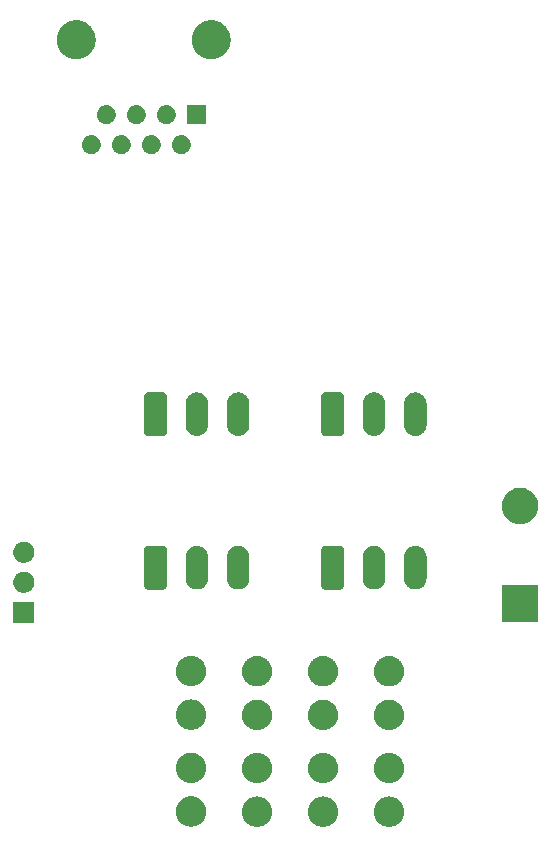
<source format=gbr>
%TF.GenerationSoftware,KiCad,Pcbnew,8.0.4*%
%TF.CreationDate,2024-12-02T02:38:28-05:00*%
%TF.ProjectId,Receiver_Out,52656365-6976-4657-925f-4f75742e6b69,v2*%
%TF.SameCoordinates,Original*%
%TF.FileFunction,Soldermask,Bot*%
%TF.FilePolarity,Negative*%
%FSLAX46Y46*%
G04 Gerber Fmt 4.6, Leading zero omitted, Abs format (unit mm)*
G04 Created by KiCad (PCBNEW 8.0.4) date 2024-12-02 02:38:28*
%MOMM*%
%LPD*%
G01*
G04 APERTURE LIST*
G04 APERTURE END LIST*
G36*
X-106165015Y-19366428D02*
G01*
X-106113831Y-19366428D01*
X-106057422Y-19375841D01*
X-105996454Y-19381175D01*
X-105948573Y-19394004D01*
X-105903998Y-19401443D01*
X-105844201Y-19421971D01*
X-105779507Y-19439306D01*
X-105739880Y-19457784D01*
X-105702788Y-19470518D01*
X-105641844Y-19503499D01*
X-105575950Y-19534226D01*
X-105544932Y-19555945D01*
X-105515694Y-19571768D01*
X-105456175Y-19618094D01*
X-105391968Y-19663052D01*
X-105369340Y-19685680D01*
X-105347812Y-19702436D01*
X-105292508Y-19762512D01*
X-105233152Y-19821868D01*
X-105218171Y-19843263D01*
X-105203732Y-19858948D01*
X-105155568Y-19932669D01*
X-105104326Y-20005850D01*
X-105095772Y-20024195D01*
X-105087377Y-20037044D01*
X-105049273Y-20123913D01*
X-105009406Y-20209407D01*
X-105005694Y-20223261D01*
X-105001919Y-20231867D01*
X-104976641Y-20331688D01*
X-104951275Y-20426354D01*
X-104950540Y-20434758D01*
X-104949696Y-20438090D01*
X-104939810Y-20557409D01*
X-104931700Y-20650100D01*
X-104939810Y-20742798D01*
X-104949696Y-20862109D01*
X-104950540Y-20865440D01*
X-104951275Y-20873846D01*
X-104976646Y-20968528D01*
X-105001919Y-21068332D01*
X-105005693Y-21076935D01*
X-105009406Y-21090793D01*
X-105049280Y-21176302D01*
X-105087377Y-21263155D01*
X-105095770Y-21276001D01*
X-105104326Y-21294350D01*
X-105155578Y-21367544D01*
X-105203732Y-21441251D01*
X-105218168Y-21456932D01*
X-105233152Y-21478332D01*
X-105292519Y-21537698D01*
X-105347812Y-21597763D01*
X-105369336Y-21614515D01*
X-105391968Y-21637148D01*
X-105456187Y-21682114D01*
X-105515694Y-21728431D01*
X-105544926Y-21744250D01*
X-105575950Y-21765974D01*
X-105641858Y-21796706D01*
X-105702788Y-21829681D01*
X-105739872Y-21842411D01*
X-105779507Y-21860894D01*
X-105844214Y-21878232D01*
X-105903998Y-21898756D01*
X-105948566Y-21906193D01*
X-105996454Y-21919025D01*
X-106057425Y-21924359D01*
X-106113831Y-21933772D01*
X-106165015Y-21933772D01*
X-106220200Y-21938600D01*
X-106275385Y-21933772D01*
X-106326569Y-21933772D01*
X-106382976Y-21924359D01*
X-106443946Y-21919025D01*
X-106491834Y-21906193D01*
X-106536403Y-21898756D01*
X-106596191Y-21878230D01*
X-106660893Y-21860894D01*
X-106700526Y-21842412D01*
X-106737613Y-21829681D01*
X-106798550Y-21796703D01*
X-106864450Y-21765974D01*
X-106895472Y-21744252D01*
X-106924707Y-21728431D01*
X-106984223Y-21682107D01*
X-107048432Y-21637148D01*
X-107071062Y-21614518D01*
X-107092589Y-21597763D01*
X-107147894Y-21537686D01*
X-107207248Y-21478332D01*
X-107222230Y-21456936D01*
X-107236669Y-21441251D01*
X-107284838Y-21367523D01*
X-107336074Y-21294350D01*
X-107344628Y-21276006D01*
X-107353024Y-21263155D01*
X-107391138Y-21176265D01*
X-107430994Y-21090793D01*
X-107434706Y-21076941D01*
X-107438482Y-21068332D01*
X-107463773Y-20968460D01*
X-107489125Y-20873846D01*
X-107489860Y-20865446D01*
X-107490705Y-20862109D01*
X-107500609Y-20742582D01*
X-107508700Y-20650100D01*
X-107500610Y-20557625D01*
X-107490705Y-20438090D01*
X-107489860Y-20434752D01*
X-107489125Y-20426354D01*
X-107463778Y-20331756D01*
X-107438482Y-20231867D01*
X-107434705Y-20223256D01*
X-107430994Y-20209407D01*
X-107391145Y-20123949D01*
X-107353024Y-20037044D01*
X-107344626Y-20024189D01*
X-107336074Y-20005850D01*
X-107284847Y-19932690D01*
X-107236669Y-19858948D01*
X-107222227Y-19843258D01*
X-107207248Y-19821868D01*
X-107147906Y-19762525D01*
X-107092589Y-19702436D01*
X-107071057Y-19685676D01*
X-107048432Y-19663052D01*
X-106984236Y-19618101D01*
X-106924707Y-19571768D01*
X-106895466Y-19555943D01*
X-106864450Y-19534226D01*
X-106798564Y-19503502D01*
X-106737613Y-19470518D01*
X-106700518Y-19457783D01*
X-106660893Y-19439306D01*
X-106596205Y-19421972D01*
X-106536403Y-19401443D01*
X-106491826Y-19394004D01*
X-106443946Y-19381175D01*
X-106382980Y-19375841D01*
X-106326569Y-19366428D01*
X-106275385Y-19366428D01*
X-106220200Y-19361600D01*
X-106165015Y-19366428D01*
G37*
G36*
X-100577015Y-19366428D02*
G01*
X-100525831Y-19366428D01*
X-100469422Y-19375841D01*
X-100408454Y-19381175D01*
X-100360573Y-19394004D01*
X-100315998Y-19401443D01*
X-100256201Y-19421971D01*
X-100191507Y-19439306D01*
X-100151880Y-19457784D01*
X-100114788Y-19470518D01*
X-100053844Y-19503499D01*
X-99987950Y-19534226D01*
X-99956932Y-19555945D01*
X-99927694Y-19571768D01*
X-99868175Y-19618094D01*
X-99803968Y-19663052D01*
X-99781340Y-19685680D01*
X-99759812Y-19702436D01*
X-99704508Y-19762512D01*
X-99645152Y-19821868D01*
X-99630171Y-19843263D01*
X-99615732Y-19858948D01*
X-99567568Y-19932669D01*
X-99516326Y-20005850D01*
X-99507772Y-20024195D01*
X-99499377Y-20037044D01*
X-99461273Y-20123913D01*
X-99421406Y-20209407D01*
X-99417694Y-20223261D01*
X-99413919Y-20231867D01*
X-99388641Y-20331688D01*
X-99363275Y-20426354D01*
X-99362540Y-20434758D01*
X-99361696Y-20438090D01*
X-99351810Y-20557409D01*
X-99343700Y-20650100D01*
X-99351810Y-20742798D01*
X-99361696Y-20862109D01*
X-99362540Y-20865440D01*
X-99363275Y-20873846D01*
X-99388646Y-20968528D01*
X-99413919Y-21068332D01*
X-99417693Y-21076935D01*
X-99421406Y-21090793D01*
X-99461280Y-21176302D01*
X-99499377Y-21263155D01*
X-99507770Y-21276001D01*
X-99516326Y-21294350D01*
X-99567578Y-21367544D01*
X-99615732Y-21441251D01*
X-99630168Y-21456932D01*
X-99645152Y-21478332D01*
X-99704519Y-21537698D01*
X-99759812Y-21597763D01*
X-99781336Y-21614515D01*
X-99803968Y-21637148D01*
X-99868187Y-21682114D01*
X-99927694Y-21728431D01*
X-99956926Y-21744250D01*
X-99987950Y-21765974D01*
X-100053858Y-21796706D01*
X-100114788Y-21829681D01*
X-100151872Y-21842411D01*
X-100191507Y-21860894D01*
X-100256214Y-21878232D01*
X-100315998Y-21898756D01*
X-100360566Y-21906193D01*
X-100408454Y-21919025D01*
X-100469425Y-21924359D01*
X-100525831Y-21933772D01*
X-100577015Y-21933772D01*
X-100632200Y-21938600D01*
X-100687385Y-21933772D01*
X-100738569Y-21933772D01*
X-100794976Y-21924359D01*
X-100855946Y-21919025D01*
X-100903834Y-21906193D01*
X-100948403Y-21898756D01*
X-101008191Y-21878230D01*
X-101072893Y-21860894D01*
X-101112526Y-21842412D01*
X-101149613Y-21829681D01*
X-101210550Y-21796703D01*
X-101276450Y-21765974D01*
X-101307472Y-21744252D01*
X-101336707Y-21728431D01*
X-101396223Y-21682107D01*
X-101460432Y-21637148D01*
X-101483062Y-21614518D01*
X-101504589Y-21597763D01*
X-101559894Y-21537686D01*
X-101619248Y-21478332D01*
X-101634230Y-21456936D01*
X-101648669Y-21441251D01*
X-101696838Y-21367523D01*
X-101748074Y-21294350D01*
X-101756628Y-21276006D01*
X-101765024Y-21263155D01*
X-101803138Y-21176265D01*
X-101842994Y-21090793D01*
X-101846706Y-21076941D01*
X-101850482Y-21068332D01*
X-101875773Y-20968460D01*
X-101901125Y-20873846D01*
X-101901860Y-20865446D01*
X-101902705Y-20862109D01*
X-101912609Y-20742582D01*
X-101920700Y-20650100D01*
X-101912610Y-20557625D01*
X-101902705Y-20438090D01*
X-101901860Y-20434752D01*
X-101901125Y-20426354D01*
X-101875778Y-20331756D01*
X-101850482Y-20231867D01*
X-101846705Y-20223256D01*
X-101842994Y-20209407D01*
X-101803145Y-20123949D01*
X-101765024Y-20037044D01*
X-101756626Y-20024189D01*
X-101748074Y-20005850D01*
X-101696847Y-19932690D01*
X-101648669Y-19858948D01*
X-101634227Y-19843258D01*
X-101619248Y-19821868D01*
X-101559906Y-19762525D01*
X-101504589Y-19702436D01*
X-101483057Y-19685676D01*
X-101460432Y-19663052D01*
X-101396236Y-19618101D01*
X-101336707Y-19571768D01*
X-101307466Y-19555943D01*
X-101276450Y-19534226D01*
X-101210564Y-19503502D01*
X-101149613Y-19470518D01*
X-101112518Y-19457783D01*
X-101072893Y-19439306D01*
X-101008205Y-19421972D01*
X-100948403Y-19401443D01*
X-100903826Y-19394004D01*
X-100855946Y-19381175D01*
X-100794980Y-19375841D01*
X-100738569Y-19366428D01*
X-100687385Y-19366428D01*
X-100632200Y-19361600D01*
X-100577015Y-19366428D01*
G37*
G36*
X-94989015Y-19366428D02*
G01*
X-94937831Y-19366428D01*
X-94881422Y-19375841D01*
X-94820454Y-19381175D01*
X-94772573Y-19394004D01*
X-94727998Y-19401443D01*
X-94668201Y-19421971D01*
X-94603507Y-19439306D01*
X-94563880Y-19457784D01*
X-94526788Y-19470518D01*
X-94465844Y-19503499D01*
X-94399950Y-19534226D01*
X-94368932Y-19555945D01*
X-94339694Y-19571768D01*
X-94280175Y-19618094D01*
X-94215968Y-19663052D01*
X-94193340Y-19685680D01*
X-94171812Y-19702436D01*
X-94116508Y-19762512D01*
X-94057152Y-19821868D01*
X-94042171Y-19843263D01*
X-94027732Y-19858948D01*
X-93979568Y-19932669D01*
X-93928326Y-20005850D01*
X-93919772Y-20024195D01*
X-93911377Y-20037044D01*
X-93873273Y-20123913D01*
X-93833406Y-20209407D01*
X-93829694Y-20223261D01*
X-93825919Y-20231867D01*
X-93800641Y-20331688D01*
X-93775275Y-20426354D01*
X-93774540Y-20434758D01*
X-93773696Y-20438090D01*
X-93763810Y-20557409D01*
X-93755700Y-20650100D01*
X-93763810Y-20742798D01*
X-93773696Y-20862109D01*
X-93774540Y-20865440D01*
X-93775275Y-20873846D01*
X-93800646Y-20968528D01*
X-93825919Y-21068332D01*
X-93829693Y-21076935D01*
X-93833406Y-21090793D01*
X-93873280Y-21176302D01*
X-93911377Y-21263155D01*
X-93919770Y-21276001D01*
X-93928326Y-21294350D01*
X-93979578Y-21367544D01*
X-94027732Y-21441251D01*
X-94042168Y-21456932D01*
X-94057152Y-21478332D01*
X-94116519Y-21537698D01*
X-94171812Y-21597763D01*
X-94193336Y-21614515D01*
X-94215968Y-21637148D01*
X-94280187Y-21682114D01*
X-94339694Y-21728431D01*
X-94368926Y-21744250D01*
X-94399950Y-21765974D01*
X-94465858Y-21796706D01*
X-94526788Y-21829681D01*
X-94563872Y-21842411D01*
X-94603507Y-21860894D01*
X-94668214Y-21878232D01*
X-94727998Y-21898756D01*
X-94772566Y-21906193D01*
X-94820454Y-21919025D01*
X-94881425Y-21924359D01*
X-94937831Y-21933772D01*
X-94989015Y-21933772D01*
X-95044200Y-21938600D01*
X-95099385Y-21933772D01*
X-95150569Y-21933772D01*
X-95206976Y-21924359D01*
X-95267946Y-21919025D01*
X-95315834Y-21906193D01*
X-95360403Y-21898756D01*
X-95420191Y-21878230D01*
X-95484893Y-21860894D01*
X-95524526Y-21842412D01*
X-95561613Y-21829681D01*
X-95622550Y-21796703D01*
X-95688450Y-21765974D01*
X-95719472Y-21744252D01*
X-95748707Y-21728431D01*
X-95808223Y-21682107D01*
X-95872432Y-21637148D01*
X-95895062Y-21614518D01*
X-95916589Y-21597763D01*
X-95971894Y-21537686D01*
X-96031248Y-21478332D01*
X-96046230Y-21456936D01*
X-96060669Y-21441251D01*
X-96108838Y-21367523D01*
X-96160074Y-21294350D01*
X-96168628Y-21276006D01*
X-96177024Y-21263155D01*
X-96215138Y-21176265D01*
X-96254994Y-21090793D01*
X-96258706Y-21076941D01*
X-96262482Y-21068332D01*
X-96287773Y-20968460D01*
X-96313125Y-20873846D01*
X-96313860Y-20865446D01*
X-96314705Y-20862109D01*
X-96324609Y-20742582D01*
X-96332700Y-20650100D01*
X-96324610Y-20557625D01*
X-96314705Y-20438090D01*
X-96313860Y-20434752D01*
X-96313125Y-20426354D01*
X-96287778Y-20331756D01*
X-96262482Y-20231867D01*
X-96258705Y-20223256D01*
X-96254994Y-20209407D01*
X-96215145Y-20123949D01*
X-96177024Y-20037044D01*
X-96168626Y-20024189D01*
X-96160074Y-20005850D01*
X-96108847Y-19932690D01*
X-96060669Y-19858948D01*
X-96046227Y-19843258D01*
X-96031248Y-19821868D01*
X-95971906Y-19762525D01*
X-95916589Y-19702436D01*
X-95895057Y-19685676D01*
X-95872432Y-19663052D01*
X-95808236Y-19618101D01*
X-95748707Y-19571768D01*
X-95719466Y-19555943D01*
X-95688450Y-19534226D01*
X-95622564Y-19503502D01*
X-95561613Y-19470518D01*
X-95524518Y-19457783D01*
X-95484893Y-19439306D01*
X-95420205Y-19421972D01*
X-95360403Y-19401443D01*
X-95315826Y-19394004D01*
X-95267946Y-19381175D01*
X-95206980Y-19375841D01*
X-95150569Y-19366428D01*
X-95099385Y-19366428D01*
X-95044200Y-19361600D01*
X-94989015Y-19366428D01*
G37*
G36*
X-111753015Y-19351428D02*
G01*
X-111701831Y-19351428D01*
X-111645422Y-19360841D01*
X-111584454Y-19366175D01*
X-111536573Y-19379004D01*
X-111491998Y-19386443D01*
X-111432201Y-19406971D01*
X-111367507Y-19424306D01*
X-111327880Y-19442784D01*
X-111290788Y-19455518D01*
X-111229844Y-19488499D01*
X-111163950Y-19519226D01*
X-111132932Y-19540945D01*
X-111103694Y-19556768D01*
X-111044175Y-19603094D01*
X-110979968Y-19648052D01*
X-110957340Y-19670680D01*
X-110935812Y-19687436D01*
X-110880508Y-19747512D01*
X-110821152Y-19806868D01*
X-110806171Y-19828263D01*
X-110791732Y-19843948D01*
X-110743568Y-19917669D01*
X-110692326Y-19990850D01*
X-110683772Y-20009195D01*
X-110675377Y-20022044D01*
X-110637273Y-20108913D01*
X-110597406Y-20194407D01*
X-110593694Y-20208261D01*
X-110589919Y-20216867D01*
X-110564641Y-20316688D01*
X-110539275Y-20411354D01*
X-110538540Y-20419758D01*
X-110537696Y-20423090D01*
X-110527810Y-20542409D01*
X-110519700Y-20635100D01*
X-110527810Y-20727798D01*
X-110537696Y-20847109D01*
X-110538540Y-20850440D01*
X-110539275Y-20858846D01*
X-110564646Y-20953528D01*
X-110589919Y-21053332D01*
X-110593693Y-21061935D01*
X-110597406Y-21075793D01*
X-110637280Y-21161302D01*
X-110675377Y-21248155D01*
X-110683770Y-21261001D01*
X-110692326Y-21279350D01*
X-110743578Y-21352544D01*
X-110791732Y-21426251D01*
X-110806168Y-21441932D01*
X-110821152Y-21463332D01*
X-110880519Y-21522698D01*
X-110935812Y-21582763D01*
X-110957336Y-21599515D01*
X-110979968Y-21622148D01*
X-111044187Y-21667114D01*
X-111103694Y-21713431D01*
X-111132926Y-21729250D01*
X-111163950Y-21750974D01*
X-111229858Y-21781706D01*
X-111290788Y-21814681D01*
X-111327872Y-21827411D01*
X-111367507Y-21845894D01*
X-111432214Y-21863232D01*
X-111491998Y-21883756D01*
X-111536566Y-21891193D01*
X-111584454Y-21904025D01*
X-111645425Y-21909359D01*
X-111701831Y-21918772D01*
X-111753015Y-21918772D01*
X-111808200Y-21923600D01*
X-111863385Y-21918772D01*
X-111914569Y-21918772D01*
X-111970976Y-21909359D01*
X-112031946Y-21904025D01*
X-112079834Y-21891193D01*
X-112124403Y-21883756D01*
X-112184191Y-21863230D01*
X-112248893Y-21845894D01*
X-112288526Y-21827412D01*
X-112325613Y-21814681D01*
X-112386550Y-21781703D01*
X-112452450Y-21750974D01*
X-112483472Y-21729252D01*
X-112512707Y-21713431D01*
X-112572223Y-21667107D01*
X-112636432Y-21622148D01*
X-112659062Y-21599518D01*
X-112680589Y-21582763D01*
X-112735894Y-21522686D01*
X-112795248Y-21463332D01*
X-112810230Y-21441936D01*
X-112824669Y-21426251D01*
X-112872838Y-21352523D01*
X-112924074Y-21279350D01*
X-112932628Y-21261006D01*
X-112941024Y-21248155D01*
X-112979138Y-21161265D01*
X-113018994Y-21075793D01*
X-113022706Y-21061941D01*
X-113026482Y-21053332D01*
X-113051773Y-20953460D01*
X-113077125Y-20858846D01*
X-113077860Y-20850446D01*
X-113078705Y-20847109D01*
X-113088609Y-20727582D01*
X-113096700Y-20635100D01*
X-113088610Y-20542625D01*
X-113078705Y-20423090D01*
X-113077860Y-20419752D01*
X-113077125Y-20411354D01*
X-113051778Y-20316756D01*
X-113026482Y-20216867D01*
X-113022705Y-20208256D01*
X-113018994Y-20194407D01*
X-112979145Y-20108949D01*
X-112941024Y-20022044D01*
X-112932626Y-20009189D01*
X-112924074Y-19990850D01*
X-112872847Y-19917690D01*
X-112824669Y-19843948D01*
X-112810227Y-19828258D01*
X-112795248Y-19806868D01*
X-112735906Y-19747525D01*
X-112680589Y-19687436D01*
X-112659057Y-19670676D01*
X-112636432Y-19648052D01*
X-112572236Y-19603101D01*
X-112512707Y-19556768D01*
X-112483466Y-19540943D01*
X-112452450Y-19519226D01*
X-112386564Y-19488502D01*
X-112325613Y-19455518D01*
X-112288518Y-19442783D01*
X-112248893Y-19424306D01*
X-112184205Y-19406972D01*
X-112124403Y-19386443D01*
X-112079826Y-19379004D01*
X-112031946Y-19366175D01*
X-111970980Y-19360841D01*
X-111914569Y-19351428D01*
X-111863385Y-19351428D01*
X-111808200Y-19346600D01*
X-111753015Y-19351428D01*
G37*
G36*
X-106165015Y-15666428D02*
G01*
X-106113831Y-15666428D01*
X-106057422Y-15675841D01*
X-105996454Y-15681175D01*
X-105948573Y-15694004D01*
X-105903998Y-15701443D01*
X-105844201Y-15721971D01*
X-105779507Y-15739306D01*
X-105739880Y-15757784D01*
X-105702788Y-15770518D01*
X-105641844Y-15803499D01*
X-105575950Y-15834226D01*
X-105544932Y-15855945D01*
X-105515694Y-15871768D01*
X-105456175Y-15918094D01*
X-105391968Y-15963052D01*
X-105369340Y-15985680D01*
X-105347812Y-16002436D01*
X-105292508Y-16062512D01*
X-105233152Y-16121868D01*
X-105218171Y-16143263D01*
X-105203732Y-16158948D01*
X-105155568Y-16232669D01*
X-105104326Y-16305850D01*
X-105095772Y-16324195D01*
X-105087377Y-16337044D01*
X-105049273Y-16423913D01*
X-105009406Y-16509407D01*
X-105005694Y-16523261D01*
X-105001919Y-16531867D01*
X-104976641Y-16631688D01*
X-104951275Y-16726354D01*
X-104950540Y-16734758D01*
X-104949696Y-16738090D01*
X-104939810Y-16857409D01*
X-104931700Y-16950100D01*
X-104939810Y-17042798D01*
X-104949696Y-17162109D01*
X-104950540Y-17165440D01*
X-104951275Y-17173846D01*
X-104976646Y-17268528D01*
X-105001919Y-17368332D01*
X-105005693Y-17376935D01*
X-105009406Y-17390793D01*
X-105049280Y-17476302D01*
X-105087377Y-17563155D01*
X-105095770Y-17576001D01*
X-105104326Y-17594350D01*
X-105155578Y-17667544D01*
X-105203732Y-17741251D01*
X-105218168Y-17756932D01*
X-105233152Y-17778332D01*
X-105292519Y-17837698D01*
X-105347812Y-17897763D01*
X-105369336Y-17914515D01*
X-105391968Y-17937148D01*
X-105456187Y-17982114D01*
X-105515694Y-18028431D01*
X-105544926Y-18044250D01*
X-105575950Y-18065974D01*
X-105641858Y-18096706D01*
X-105702788Y-18129681D01*
X-105739872Y-18142411D01*
X-105779507Y-18160894D01*
X-105844214Y-18178232D01*
X-105903998Y-18198756D01*
X-105948566Y-18206193D01*
X-105996454Y-18219025D01*
X-106057425Y-18224359D01*
X-106113831Y-18233772D01*
X-106165015Y-18233772D01*
X-106220200Y-18238600D01*
X-106275385Y-18233772D01*
X-106326569Y-18233772D01*
X-106382976Y-18224359D01*
X-106443946Y-18219025D01*
X-106491834Y-18206193D01*
X-106536403Y-18198756D01*
X-106596191Y-18178230D01*
X-106660893Y-18160894D01*
X-106700526Y-18142412D01*
X-106737613Y-18129681D01*
X-106798550Y-18096703D01*
X-106864450Y-18065974D01*
X-106895472Y-18044252D01*
X-106924707Y-18028431D01*
X-106984223Y-17982107D01*
X-107048432Y-17937148D01*
X-107071062Y-17914518D01*
X-107092589Y-17897763D01*
X-107147894Y-17837686D01*
X-107207248Y-17778332D01*
X-107222230Y-17756936D01*
X-107236669Y-17741251D01*
X-107284838Y-17667523D01*
X-107336074Y-17594350D01*
X-107344628Y-17576006D01*
X-107353024Y-17563155D01*
X-107391138Y-17476265D01*
X-107430994Y-17390793D01*
X-107434706Y-17376941D01*
X-107438482Y-17368332D01*
X-107463773Y-17268460D01*
X-107489125Y-17173846D01*
X-107489860Y-17165446D01*
X-107490705Y-17162109D01*
X-107500609Y-17042582D01*
X-107508700Y-16950100D01*
X-107500610Y-16857625D01*
X-107490705Y-16738090D01*
X-107489860Y-16734752D01*
X-107489125Y-16726354D01*
X-107463778Y-16631756D01*
X-107438482Y-16531867D01*
X-107434705Y-16523256D01*
X-107430994Y-16509407D01*
X-107391145Y-16423949D01*
X-107353024Y-16337044D01*
X-107344626Y-16324189D01*
X-107336074Y-16305850D01*
X-107284847Y-16232690D01*
X-107236669Y-16158948D01*
X-107222227Y-16143258D01*
X-107207248Y-16121868D01*
X-107147906Y-16062525D01*
X-107092589Y-16002436D01*
X-107071057Y-15985676D01*
X-107048432Y-15963052D01*
X-106984236Y-15918101D01*
X-106924707Y-15871768D01*
X-106895466Y-15855943D01*
X-106864450Y-15834226D01*
X-106798564Y-15803502D01*
X-106737613Y-15770518D01*
X-106700518Y-15757783D01*
X-106660893Y-15739306D01*
X-106596205Y-15721972D01*
X-106536403Y-15701443D01*
X-106491826Y-15694004D01*
X-106443946Y-15681175D01*
X-106382980Y-15675841D01*
X-106326569Y-15666428D01*
X-106275385Y-15666428D01*
X-106220200Y-15661600D01*
X-106165015Y-15666428D01*
G37*
G36*
X-100577015Y-15666428D02*
G01*
X-100525831Y-15666428D01*
X-100469422Y-15675841D01*
X-100408454Y-15681175D01*
X-100360573Y-15694004D01*
X-100315998Y-15701443D01*
X-100256201Y-15721971D01*
X-100191507Y-15739306D01*
X-100151880Y-15757784D01*
X-100114788Y-15770518D01*
X-100053844Y-15803499D01*
X-99987950Y-15834226D01*
X-99956932Y-15855945D01*
X-99927694Y-15871768D01*
X-99868175Y-15918094D01*
X-99803968Y-15963052D01*
X-99781340Y-15985680D01*
X-99759812Y-16002436D01*
X-99704508Y-16062512D01*
X-99645152Y-16121868D01*
X-99630171Y-16143263D01*
X-99615732Y-16158948D01*
X-99567568Y-16232669D01*
X-99516326Y-16305850D01*
X-99507772Y-16324195D01*
X-99499377Y-16337044D01*
X-99461273Y-16423913D01*
X-99421406Y-16509407D01*
X-99417694Y-16523261D01*
X-99413919Y-16531867D01*
X-99388641Y-16631688D01*
X-99363275Y-16726354D01*
X-99362540Y-16734758D01*
X-99361696Y-16738090D01*
X-99351810Y-16857409D01*
X-99343700Y-16950100D01*
X-99351810Y-17042798D01*
X-99361696Y-17162109D01*
X-99362540Y-17165440D01*
X-99363275Y-17173846D01*
X-99388646Y-17268528D01*
X-99413919Y-17368332D01*
X-99417693Y-17376935D01*
X-99421406Y-17390793D01*
X-99461280Y-17476302D01*
X-99499377Y-17563155D01*
X-99507770Y-17576001D01*
X-99516326Y-17594350D01*
X-99567578Y-17667544D01*
X-99615732Y-17741251D01*
X-99630168Y-17756932D01*
X-99645152Y-17778332D01*
X-99704519Y-17837698D01*
X-99759812Y-17897763D01*
X-99781336Y-17914515D01*
X-99803968Y-17937148D01*
X-99868187Y-17982114D01*
X-99927694Y-18028431D01*
X-99956926Y-18044250D01*
X-99987950Y-18065974D01*
X-100053858Y-18096706D01*
X-100114788Y-18129681D01*
X-100151872Y-18142411D01*
X-100191507Y-18160894D01*
X-100256214Y-18178232D01*
X-100315998Y-18198756D01*
X-100360566Y-18206193D01*
X-100408454Y-18219025D01*
X-100469425Y-18224359D01*
X-100525831Y-18233772D01*
X-100577015Y-18233772D01*
X-100632200Y-18238600D01*
X-100687385Y-18233772D01*
X-100738569Y-18233772D01*
X-100794976Y-18224359D01*
X-100855946Y-18219025D01*
X-100903834Y-18206193D01*
X-100948403Y-18198756D01*
X-101008191Y-18178230D01*
X-101072893Y-18160894D01*
X-101112526Y-18142412D01*
X-101149613Y-18129681D01*
X-101210550Y-18096703D01*
X-101276450Y-18065974D01*
X-101307472Y-18044252D01*
X-101336707Y-18028431D01*
X-101396223Y-17982107D01*
X-101460432Y-17937148D01*
X-101483062Y-17914518D01*
X-101504589Y-17897763D01*
X-101559894Y-17837686D01*
X-101619248Y-17778332D01*
X-101634230Y-17756936D01*
X-101648669Y-17741251D01*
X-101696838Y-17667523D01*
X-101748074Y-17594350D01*
X-101756628Y-17576006D01*
X-101765024Y-17563155D01*
X-101803138Y-17476265D01*
X-101842994Y-17390793D01*
X-101846706Y-17376941D01*
X-101850482Y-17368332D01*
X-101875773Y-17268460D01*
X-101901125Y-17173846D01*
X-101901860Y-17165446D01*
X-101902705Y-17162109D01*
X-101912609Y-17042582D01*
X-101920700Y-16950100D01*
X-101912610Y-16857625D01*
X-101902705Y-16738090D01*
X-101901860Y-16734752D01*
X-101901125Y-16726354D01*
X-101875778Y-16631756D01*
X-101850482Y-16531867D01*
X-101846705Y-16523256D01*
X-101842994Y-16509407D01*
X-101803145Y-16423949D01*
X-101765024Y-16337044D01*
X-101756626Y-16324189D01*
X-101748074Y-16305850D01*
X-101696847Y-16232690D01*
X-101648669Y-16158948D01*
X-101634227Y-16143258D01*
X-101619248Y-16121868D01*
X-101559906Y-16062525D01*
X-101504589Y-16002436D01*
X-101483057Y-15985676D01*
X-101460432Y-15963052D01*
X-101396236Y-15918101D01*
X-101336707Y-15871768D01*
X-101307466Y-15855943D01*
X-101276450Y-15834226D01*
X-101210564Y-15803502D01*
X-101149613Y-15770518D01*
X-101112518Y-15757783D01*
X-101072893Y-15739306D01*
X-101008205Y-15721972D01*
X-100948403Y-15701443D01*
X-100903826Y-15694004D01*
X-100855946Y-15681175D01*
X-100794980Y-15675841D01*
X-100738569Y-15666428D01*
X-100687385Y-15666428D01*
X-100632200Y-15661600D01*
X-100577015Y-15666428D01*
G37*
G36*
X-94989015Y-15666428D02*
G01*
X-94937831Y-15666428D01*
X-94881422Y-15675841D01*
X-94820454Y-15681175D01*
X-94772573Y-15694004D01*
X-94727998Y-15701443D01*
X-94668201Y-15721971D01*
X-94603507Y-15739306D01*
X-94563880Y-15757784D01*
X-94526788Y-15770518D01*
X-94465844Y-15803499D01*
X-94399950Y-15834226D01*
X-94368932Y-15855945D01*
X-94339694Y-15871768D01*
X-94280175Y-15918094D01*
X-94215968Y-15963052D01*
X-94193340Y-15985680D01*
X-94171812Y-16002436D01*
X-94116508Y-16062512D01*
X-94057152Y-16121868D01*
X-94042171Y-16143263D01*
X-94027732Y-16158948D01*
X-93979568Y-16232669D01*
X-93928326Y-16305850D01*
X-93919772Y-16324195D01*
X-93911377Y-16337044D01*
X-93873273Y-16423913D01*
X-93833406Y-16509407D01*
X-93829694Y-16523261D01*
X-93825919Y-16531867D01*
X-93800641Y-16631688D01*
X-93775275Y-16726354D01*
X-93774540Y-16734758D01*
X-93773696Y-16738090D01*
X-93763810Y-16857409D01*
X-93755700Y-16950100D01*
X-93763810Y-17042798D01*
X-93773696Y-17162109D01*
X-93774540Y-17165440D01*
X-93775275Y-17173846D01*
X-93800646Y-17268528D01*
X-93825919Y-17368332D01*
X-93829693Y-17376935D01*
X-93833406Y-17390793D01*
X-93873280Y-17476302D01*
X-93911377Y-17563155D01*
X-93919770Y-17576001D01*
X-93928326Y-17594350D01*
X-93979578Y-17667544D01*
X-94027732Y-17741251D01*
X-94042168Y-17756932D01*
X-94057152Y-17778332D01*
X-94116519Y-17837698D01*
X-94171812Y-17897763D01*
X-94193336Y-17914515D01*
X-94215968Y-17937148D01*
X-94280187Y-17982114D01*
X-94339694Y-18028431D01*
X-94368926Y-18044250D01*
X-94399950Y-18065974D01*
X-94465858Y-18096706D01*
X-94526788Y-18129681D01*
X-94563872Y-18142411D01*
X-94603507Y-18160894D01*
X-94668214Y-18178232D01*
X-94727998Y-18198756D01*
X-94772566Y-18206193D01*
X-94820454Y-18219025D01*
X-94881425Y-18224359D01*
X-94937831Y-18233772D01*
X-94989015Y-18233772D01*
X-95044200Y-18238600D01*
X-95099385Y-18233772D01*
X-95150569Y-18233772D01*
X-95206976Y-18224359D01*
X-95267946Y-18219025D01*
X-95315834Y-18206193D01*
X-95360403Y-18198756D01*
X-95420191Y-18178230D01*
X-95484893Y-18160894D01*
X-95524526Y-18142412D01*
X-95561613Y-18129681D01*
X-95622550Y-18096703D01*
X-95688450Y-18065974D01*
X-95719472Y-18044252D01*
X-95748707Y-18028431D01*
X-95808223Y-17982107D01*
X-95872432Y-17937148D01*
X-95895062Y-17914518D01*
X-95916589Y-17897763D01*
X-95971894Y-17837686D01*
X-96031248Y-17778332D01*
X-96046230Y-17756936D01*
X-96060669Y-17741251D01*
X-96108838Y-17667523D01*
X-96160074Y-17594350D01*
X-96168628Y-17576006D01*
X-96177024Y-17563155D01*
X-96215138Y-17476265D01*
X-96254994Y-17390793D01*
X-96258706Y-17376941D01*
X-96262482Y-17368332D01*
X-96287773Y-17268460D01*
X-96313125Y-17173846D01*
X-96313860Y-17165446D01*
X-96314705Y-17162109D01*
X-96324609Y-17042582D01*
X-96332700Y-16950100D01*
X-96324610Y-16857625D01*
X-96314705Y-16738090D01*
X-96313860Y-16734752D01*
X-96313125Y-16726354D01*
X-96287778Y-16631756D01*
X-96262482Y-16531867D01*
X-96258705Y-16523256D01*
X-96254994Y-16509407D01*
X-96215145Y-16423949D01*
X-96177024Y-16337044D01*
X-96168626Y-16324189D01*
X-96160074Y-16305850D01*
X-96108847Y-16232690D01*
X-96060669Y-16158948D01*
X-96046227Y-16143258D01*
X-96031248Y-16121868D01*
X-95971906Y-16062525D01*
X-95916589Y-16002436D01*
X-95895057Y-15985676D01*
X-95872432Y-15963052D01*
X-95808236Y-15918101D01*
X-95748707Y-15871768D01*
X-95719466Y-15855943D01*
X-95688450Y-15834226D01*
X-95622564Y-15803502D01*
X-95561613Y-15770518D01*
X-95524518Y-15757783D01*
X-95484893Y-15739306D01*
X-95420205Y-15721972D01*
X-95360403Y-15701443D01*
X-95315826Y-15694004D01*
X-95267946Y-15681175D01*
X-95206980Y-15675841D01*
X-95150569Y-15666428D01*
X-95099385Y-15666428D01*
X-95044200Y-15661600D01*
X-94989015Y-15666428D01*
G37*
G36*
X-111753015Y-15651428D02*
G01*
X-111701831Y-15651428D01*
X-111645422Y-15660841D01*
X-111584454Y-15666175D01*
X-111536573Y-15679004D01*
X-111491998Y-15686443D01*
X-111432201Y-15706971D01*
X-111367507Y-15724306D01*
X-111327880Y-15742784D01*
X-111290788Y-15755518D01*
X-111229844Y-15788499D01*
X-111163950Y-15819226D01*
X-111132932Y-15840945D01*
X-111103694Y-15856768D01*
X-111044175Y-15903094D01*
X-110979968Y-15948052D01*
X-110957340Y-15970680D01*
X-110935812Y-15987436D01*
X-110880508Y-16047512D01*
X-110821152Y-16106868D01*
X-110806171Y-16128263D01*
X-110791732Y-16143948D01*
X-110743568Y-16217669D01*
X-110692326Y-16290850D01*
X-110683772Y-16309195D01*
X-110675377Y-16322044D01*
X-110637273Y-16408913D01*
X-110597406Y-16494407D01*
X-110593694Y-16508261D01*
X-110589919Y-16516867D01*
X-110564641Y-16616688D01*
X-110539275Y-16711354D01*
X-110538540Y-16719758D01*
X-110537696Y-16723090D01*
X-110527810Y-16842409D01*
X-110519700Y-16935100D01*
X-110527810Y-17027798D01*
X-110537696Y-17147109D01*
X-110538540Y-17150440D01*
X-110539275Y-17158846D01*
X-110564646Y-17253528D01*
X-110589919Y-17353332D01*
X-110593693Y-17361935D01*
X-110597406Y-17375793D01*
X-110637280Y-17461302D01*
X-110675377Y-17548155D01*
X-110683770Y-17561001D01*
X-110692326Y-17579350D01*
X-110743578Y-17652544D01*
X-110791732Y-17726251D01*
X-110806168Y-17741932D01*
X-110821152Y-17763332D01*
X-110880519Y-17822698D01*
X-110935812Y-17882763D01*
X-110957336Y-17899515D01*
X-110979968Y-17922148D01*
X-111044187Y-17967114D01*
X-111103694Y-18013431D01*
X-111132926Y-18029250D01*
X-111163950Y-18050974D01*
X-111229858Y-18081706D01*
X-111290788Y-18114681D01*
X-111327872Y-18127411D01*
X-111367507Y-18145894D01*
X-111432214Y-18163232D01*
X-111491998Y-18183756D01*
X-111536566Y-18191193D01*
X-111584454Y-18204025D01*
X-111645425Y-18209359D01*
X-111701831Y-18218772D01*
X-111753015Y-18218772D01*
X-111808200Y-18223600D01*
X-111863385Y-18218772D01*
X-111914569Y-18218772D01*
X-111970976Y-18209359D01*
X-112031946Y-18204025D01*
X-112079834Y-18191193D01*
X-112124403Y-18183756D01*
X-112184191Y-18163230D01*
X-112248893Y-18145894D01*
X-112288526Y-18127412D01*
X-112325613Y-18114681D01*
X-112386550Y-18081703D01*
X-112452450Y-18050974D01*
X-112483472Y-18029252D01*
X-112512707Y-18013431D01*
X-112572223Y-17967107D01*
X-112636432Y-17922148D01*
X-112659062Y-17899518D01*
X-112680589Y-17882763D01*
X-112735894Y-17822686D01*
X-112795248Y-17763332D01*
X-112810230Y-17741936D01*
X-112824669Y-17726251D01*
X-112872838Y-17652523D01*
X-112924074Y-17579350D01*
X-112932628Y-17561006D01*
X-112941024Y-17548155D01*
X-112979138Y-17461265D01*
X-113018994Y-17375793D01*
X-113022706Y-17361941D01*
X-113026482Y-17353332D01*
X-113051773Y-17253460D01*
X-113077125Y-17158846D01*
X-113077860Y-17150446D01*
X-113078705Y-17147109D01*
X-113088609Y-17027582D01*
X-113096700Y-16935100D01*
X-113088610Y-16842625D01*
X-113078705Y-16723090D01*
X-113077860Y-16719752D01*
X-113077125Y-16711354D01*
X-113051778Y-16616756D01*
X-113026482Y-16516867D01*
X-113022705Y-16508256D01*
X-113018994Y-16494407D01*
X-112979145Y-16408949D01*
X-112941024Y-16322044D01*
X-112932626Y-16309189D01*
X-112924074Y-16290850D01*
X-112872847Y-16217690D01*
X-112824669Y-16143948D01*
X-112810227Y-16128258D01*
X-112795248Y-16106868D01*
X-112735906Y-16047525D01*
X-112680589Y-15987436D01*
X-112659057Y-15970676D01*
X-112636432Y-15948052D01*
X-112572236Y-15903101D01*
X-112512707Y-15856768D01*
X-112483466Y-15840943D01*
X-112452450Y-15819226D01*
X-112386564Y-15788502D01*
X-112325613Y-15755518D01*
X-112288518Y-15742783D01*
X-112248893Y-15724306D01*
X-112184205Y-15706972D01*
X-112124403Y-15686443D01*
X-112079826Y-15679004D01*
X-112031946Y-15666175D01*
X-111970980Y-15660841D01*
X-111914569Y-15651428D01*
X-111863385Y-15651428D01*
X-111808200Y-15646600D01*
X-111753015Y-15651428D01*
G37*
G36*
X-106165015Y-11166428D02*
G01*
X-106113831Y-11166428D01*
X-106057422Y-11175841D01*
X-105996454Y-11181175D01*
X-105948573Y-11194004D01*
X-105903998Y-11201443D01*
X-105844201Y-11221971D01*
X-105779507Y-11239306D01*
X-105739880Y-11257784D01*
X-105702788Y-11270518D01*
X-105641844Y-11303499D01*
X-105575950Y-11334226D01*
X-105544932Y-11355945D01*
X-105515694Y-11371768D01*
X-105456175Y-11418094D01*
X-105391968Y-11463052D01*
X-105369340Y-11485680D01*
X-105347812Y-11502436D01*
X-105292508Y-11562512D01*
X-105233152Y-11621868D01*
X-105218171Y-11643263D01*
X-105203732Y-11658948D01*
X-105155568Y-11732669D01*
X-105104326Y-11805850D01*
X-105095772Y-11824195D01*
X-105087377Y-11837044D01*
X-105049273Y-11923913D01*
X-105009406Y-12009407D01*
X-105005694Y-12023261D01*
X-105001919Y-12031867D01*
X-104976641Y-12131688D01*
X-104951275Y-12226354D01*
X-104950540Y-12234758D01*
X-104949696Y-12238090D01*
X-104939810Y-12357409D01*
X-104931700Y-12450100D01*
X-104939810Y-12542798D01*
X-104949696Y-12662109D01*
X-104950540Y-12665440D01*
X-104951275Y-12673846D01*
X-104976646Y-12768528D01*
X-105001919Y-12868332D01*
X-105005693Y-12876935D01*
X-105009406Y-12890793D01*
X-105049280Y-12976302D01*
X-105087377Y-13063155D01*
X-105095770Y-13076001D01*
X-105104326Y-13094350D01*
X-105155578Y-13167544D01*
X-105203732Y-13241251D01*
X-105218168Y-13256932D01*
X-105233152Y-13278332D01*
X-105292519Y-13337698D01*
X-105347812Y-13397763D01*
X-105369336Y-13414515D01*
X-105391968Y-13437148D01*
X-105456187Y-13482114D01*
X-105515694Y-13528431D01*
X-105544926Y-13544250D01*
X-105575950Y-13565974D01*
X-105641858Y-13596706D01*
X-105702788Y-13629681D01*
X-105739872Y-13642411D01*
X-105779507Y-13660894D01*
X-105844214Y-13678232D01*
X-105903998Y-13698756D01*
X-105948566Y-13706193D01*
X-105996454Y-13719025D01*
X-106057425Y-13724359D01*
X-106113831Y-13733772D01*
X-106165015Y-13733772D01*
X-106220200Y-13738600D01*
X-106275385Y-13733772D01*
X-106326569Y-13733772D01*
X-106382976Y-13724359D01*
X-106443946Y-13719025D01*
X-106491834Y-13706193D01*
X-106536403Y-13698756D01*
X-106596191Y-13678230D01*
X-106660893Y-13660894D01*
X-106700526Y-13642412D01*
X-106737613Y-13629681D01*
X-106798550Y-13596703D01*
X-106864450Y-13565974D01*
X-106895472Y-13544252D01*
X-106924707Y-13528431D01*
X-106984223Y-13482107D01*
X-107048432Y-13437148D01*
X-107071062Y-13414518D01*
X-107092589Y-13397763D01*
X-107147894Y-13337686D01*
X-107207248Y-13278332D01*
X-107222230Y-13256936D01*
X-107236669Y-13241251D01*
X-107284838Y-13167523D01*
X-107336074Y-13094350D01*
X-107344628Y-13076006D01*
X-107353024Y-13063155D01*
X-107391138Y-12976265D01*
X-107430994Y-12890793D01*
X-107434706Y-12876941D01*
X-107438482Y-12868332D01*
X-107463773Y-12768460D01*
X-107489125Y-12673846D01*
X-107489860Y-12665446D01*
X-107490705Y-12662109D01*
X-107500609Y-12542582D01*
X-107508700Y-12450100D01*
X-107500610Y-12357625D01*
X-107490705Y-12238090D01*
X-107489860Y-12234752D01*
X-107489125Y-12226354D01*
X-107463778Y-12131756D01*
X-107438482Y-12031867D01*
X-107434705Y-12023256D01*
X-107430994Y-12009407D01*
X-107391145Y-11923949D01*
X-107353024Y-11837044D01*
X-107344626Y-11824189D01*
X-107336074Y-11805850D01*
X-107284847Y-11732690D01*
X-107236669Y-11658948D01*
X-107222227Y-11643258D01*
X-107207248Y-11621868D01*
X-107147906Y-11562525D01*
X-107092589Y-11502436D01*
X-107071057Y-11485676D01*
X-107048432Y-11463052D01*
X-106984236Y-11418101D01*
X-106924707Y-11371768D01*
X-106895466Y-11355943D01*
X-106864450Y-11334226D01*
X-106798564Y-11303502D01*
X-106737613Y-11270518D01*
X-106700518Y-11257783D01*
X-106660893Y-11239306D01*
X-106596205Y-11221972D01*
X-106536403Y-11201443D01*
X-106491826Y-11194004D01*
X-106443946Y-11181175D01*
X-106382980Y-11175841D01*
X-106326569Y-11166428D01*
X-106275385Y-11166428D01*
X-106220200Y-11161600D01*
X-106165015Y-11166428D01*
G37*
G36*
X-100577015Y-11166428D02*
G01*
X-100525831Y-11166428D01*
X-100469422Y-11175841D01*
X-100408454Y-11181175D01*
X-100360573Y-11194004D01*
X-100315998Y-11201443D01*
X-100256201Y-11221971D01*
X-100191507Y-11239306D01*
X-100151880Y-11257784D01*
X-100114788Y-11270518D01*
X-100053844Y-11303499D01*
X-99987950Y-11334226D01*
X-99956932Y-11355945D01*
X-99927694Y-11371768D01*
X-99868175Y-11418094D01*
X-99803968Y-11463052D01*
X-99781340Y-11485680D01*
X-99759812Y-11502436D01*
X-99704508Y-11562512D01*
X-99645152Y-11621868D01*
X-99630171Y-11643263D01*
X-99615732Y-11658948D01*
X-99567568Y-11732669D01*
X-99516326Y-11805850D01*
X-99507772Y-11824195D01*
X-99499377Y-11837044D01*
X-99461273Y-11923913D01*
X-99421406Y-12009407D01*
X-99417694Y-12023261D01*
X-99413919Y-12031867D01*
X-99388641Y-12131688D01*
X-99363275Y-12226354D01*
X-99362540Y-12234758D01*
X-99361696Y-12238090D01*
X-99351810Y-12357409D01*
X-99343700Y-12450100D01*
X-99351810Y-12542798D01*
X-99361696Y-12662109D01*
X-99362540Y-12665440D01*
X-99363275Y-12673846D01*
X-99388646Y-12768528D01*
X-99413919Y-12868332D01*
X-99417693Y-12876935D01*
X-99421406Y-12890793D01*
X-99461280Y-12976302D01*
X-99499377Y-13063155D01*
X-99507770Y-13076001D01*
X-99516326Y-13094350D01*
X-99567578Y-13167544D01*
X-99615732Y-13241251D01*
X-99630168Y-13256932D01*
X-99645152Y-13278332D01*
X-99704519Y-13337698D01*
X-99759812Y-13397763D01*
X-99781336Y-13414515D01*
X-99803968Y-13437148D01*
X-99868187Y-13482114D01*
X-99927694Y-13528431D01*
X-99956926Y-13544250D01*
X-99987950Y-13565974D01*
X-100053858Y-13596706D01*
X-100114788Y-13629681D01*
X-100151872Y-13642411D01*
X-100191507Y-13660894D01*
X-100256214Y-13678232D01*
X-100315998Y-13698756D01*
X-100360566Y-13706193D01*
X-100408454Y-13719025D01*
X-100469425Y-13724359D01*
X-100525831Y-13733772D01*
X-100577015Y-13733772D01*
X-100632200Y-13738600D01*
X-100687385Y-13733772D01*
X-100738569Y-13733772D01*
X-100794976Y-13724359D01*
X-100855946Y-13719025D01*
X-100903834Y-13706193D01*
X-100948403Y-13698756D01*
X-101008191Y-13678230D01*
X-101072893Y-13660894D01*
X-101112526Y-13642412D01*
X-101149613Y-13629681D01*
X-101210550Y-13596703D01*
X-101276450Y-13565974D01*
X-101307472Y-13544252D01*
X-101336707Y-13528431D01*
X-101396223Y-13482107D01*
X-101460432Y-13437148D01*
X-101483062Y-13414518D01*
X-101504589Y-13397763D01*
X-101559894Y-13337686D01*
X-101619248Y-13278332D01*
X-101634230Y-13256936D01*
X-101648669Y-13241251D01*
X-101696838Y-13167523D01*
X-101748074Y-13094350D01*
X-101756628Y-13076006D01*
X-101765024Y-13063155D01*
X-101803138Y-12976265D01*
X-101842994Y-12890793D01*
X-101846706Y-12876941D01*
X-101850482Y-12868332D01*
X-101875773Y-12768460D01*
X-101901125Y-12673846D01*
X-101901860Y-12665446D01*
X-101902705Y-12662109D01*
X-101912609Y-12542582D01*
X-101920700Y-12450100D01*
X-101912610Y-12357625D01*
X-101902705Y-12238090D01*
X-101901860Y-12234752D01*
X-101901125Y-12226354D01*
X-101875778Y-12131756D01*
X-101850482Y-12031867D01*
X-101846705Y-12023256D01*
X-101842994Y-12009407D01*
X-101803145Y-11923949D01*
X-101765024Y-11837044D01*
X-101756626Y-11824189D01*
X-101748074Y-11805850D01*
X-101696847Y-11732690D01*
X-101648669Y-11658948D01*
X-101634227Y-11643258D01*
X-101619248Y-11621868D01*
X-101559906Y-11562525D01*
X-101504589Y-11502436D01*
X-101483057Y-11485676D01*
X-101460432Y-11463052D01*
X-101396236Y-11418101D01*
X-101336707Y-11371768D01*
X-101307466Y-11355943D01*
X-101276450Y-11334226D01*
X-101210564Y-11303502D01*
X-101149613Y-11270518D01*
X-101112518Y-11257783D01*
X-101072893Y-11239306D01*
X-101008205Y-11221972D01*
X-100948403Y-11201443D01*
X-100903826Y-11194004D01*
X-100855946Y-11181175D01*
X-100794980Y-11175841D01*
X-100738569Y-11166428D01*
X-100687385Y-11166428D01*
X-100632200Y-11161600D01*
X-100577015Y-11166428D01*
G37*
G36*
X-94989015Y-11166428D02*
G01*
X-94937831Y-11166428D01*
X-94881422Y-11175841D01*
X-94820454Y-11181175D01*
X-94772573Y-11194004D01*
X-94727998Y-11201443D01*
X-94668201Y-11221971D01*
X-94603507Y-11239306D01*
X-94563880Y-11257784D01*
X-94526788Y-11270518D01*
X-94465844Y-11303499D01*
X-94399950Y-11334226D01*
X-94368932Y-11355945D01*
X-94339694Y-11371768D01*
X-94280175Y-11418094D01*
X-94215968Y-11463052D01*
X-94193340Y-11485680D01*
X-94171812Y-11502436D01*
X-94116508Y-11562512D01*
X-94057152Y-11621868D01*
X-94042171Y-11643263D01*
X-94027732Y-11658948D01*
X-93979568Y-11732669D01*
X-93928326Y-11805850D01*
X-93919772Y-11824195D01*
X-93911377Y-11837044D01*
X-93873273Y-11923913D01*
X-93833406Y-12009407D01*
X-93829694Y-12023261D01*
X-93825919Y-12031867D01*
X-93800641Y-12131688D01*
X-93775275Y-12226354D01*
X-93774540Y-12234758D01*
X-93773696Y-12238090D01*
X-93763810Y-12357409D01*
X-93755700Y-12450100D01*
X-93763810Y-12542798D01*
X-93773696Y-12662109D01*
X-93774540Y-12665440D01*
X-93775275Y-12673846D01*
X-93800646Y-12768528D01*
X-93825919Y-12868332D01*
X-93829693Y-12876935D01*
X-93833406Y-12890793D01*
X-93873280Y-12976302D01*
X-93911377Y-13063155D01*
X-93919770Y-13076001D01*
X-93928326Y-13094350D01*
X-93979578Y-13167544D01*
X-94027732Y-13241251D01*
X-94042168Y-13256932D01*
X-94057152Y-13278332D01*
X-94116519Y-13337698D01*
X-94171812Y-13397763D01*
X-94193336Y-13414515D01*
X-94215968Y-13437148D01*
X-94280187Y-13482114D01*
X-94339694Y-13528431D01*
X-94368926Y-13544250D01*
X-94399950Y-13565974D01*
X-94465858Y-13596706D01*
X-94526788Y-13629681D01*
X-94563872Y-13642411D01*
X-94603507Y-13660894D01*
X-94668214Y-13678232D01*
X-94727998Y-13698756D01*
X-94772566Y-13706193D01*
X-94820454Y-13719025D01*
X-94881425Y-13724359D01*
X-94937831Y-13733772D01*
X-94989015Y-13733772D01*
X-95044200Y-13738600D01*
X-95099385Y-13733772D01*
X-95150569Y-13733772D01*
X-95206976Y-13724359D01*
X-95267946Y-13719025D01*
X-95315834Y-13706193D01*
X-95360403Y-13698756D01*
X-95420191Y-13678230D01*
X-95484893Y-13660894D01*
X-95524526Y-13642412D01*
X-95561613Y-13629681D01*
X-95622550Y-13596703D01*
X-95688450Y-13565974D01*
X-95719472Y-13544252D01*
X-95748707Y-13528431D01*
X-95808223Y-13482107D01*
X-95872432Y-13437148D01*
X-95895062Y-13414518D01*
X-95916589Y-13397763D01*
X-95971894Y-13337686D01*
X-96031248Y-13278332D01*
X-96046230Y-13256936D01*
X-96060669Y-13241251D01*
X-96108838Y-13167523D01*
X-96160074Y-13094350D01*
X-96168628Y-13076006D01*
X-96177024Y-13063155D01*
X-96215138Y-12976265D01*
X-96254994Y-12890793D01*
X-96258706Y-12876941D01*
X-96262482Y-12868332D01*
X-96287773Y-12768460D01*
X-96313125Y-12673846D01*
X-96313860Y-12665446D01*
X-96314705Y-12662109D01*
X-96324609Y-12542582D01*
X-96332700Y-12450100D01*
X-96324610Y-12357625D01*
X-96314705Y-12238090D01*
X-96313860Y-12234752D01*
X-96313125Y-12226354D01*
X-96287778Y-12131756D01*
X-96262482Y-12031867D01*
X-96258705Y-12023256D01*
X-96254994Y-12009407D01*
X-96215145Y-11923949D01*
X-96177024Y-11837044D01*
X-96168626Y-11824189D01*
X-96160074Y-11805850D01*
X-96108847Y-11732690D01*
X-96060669Y-11658948D01*
X-96046227Y-11643258D01*
X-96031248Y-11621868D01*
X-95971906Y-11562525D01*
X-95916589Y-11502436D01*
X-95895057Y-11485676D01*
X-95872432Y-11463052D01*
X-95808236Y-11418101D01*
X-95748707Y-11371768D01*
X-95719466Y-11355943D01*
X-95688450Y-11334226D01*
X-95622564Y-11303502D01*
X-95561613Y-11270518D01*
X-95524518Y-11257783D01*
X-95484893Y-11239306D01*
X-95420205Y-11221972D01*
X-95360403Y-11201443D01*
X-95315826Y-11194004D01*
X-95267946Y-11181175D01*
X-95206980Y-11175841D01*
X-95150569Y-11166428D01*
X-95099385Y-11166428D01*
X-95044200Y-11161600D01*
X-94989015Y-11166428D01*
G37*
G36*
X-111753015Y-11151428D02*
G01*
X-111701831Y-11151428D01*
X-111645422Y-11160841D01*
X-111584454Y-11166175D01*
X-111536573Y-11179004D01*
X-111491998Y-11186443D01*
X-111432201Y-11206971D01*
X-111367507Y-11224306D01*
X-111327880Y-11242784D01*
X-111290788Y-11255518D01*
X-111229844Y-11288499D01*
X-111163950Y-11319226D01*
X-111132932Y-11340945D01*
X-111103694Y-11356768D01*
X-111044175Y-11403094D01*
X-110979968Y-11448052D01*
X-110957340Y-11470680D01*
X-110935812Y-11487436D01*
X-110880508Y-11547512D01*
X-110821152Y-11606868D01*
X-110806171Y-11628263D01*
X-110791732Y-11643948D01*
X-110743568Y-11717669D01*
X-110692326Y-11790850D01*
X-110683772Y-11809195D01*
X-110675377Y-11822044D01*
X-110637273Y-11908913D01*
X-110597406Y-11994407D01*
X-110593694Y-12008261D01*
X-110589919Y-12016867D01*
X-110564641Y-12116688D01*
X-110539275Y-12211354D01*
X-110538540Y-12219758D01*
X-110537696Y-12223090D01*
X-110527810Y-12342409D01*
X-110519700Y-12435100D01*
X-110527810Y-12527798D01*
X-110537696Y-12647109D01*
X-110538540Y-12650440D01*
X-110539275Y-12658846D01*
X-110564646Y-12753528D01*
X-110589919Y-12853332D01*
X-110593693Y-12861935D01*
X-110597406Y-12875793D01*
X-110637280Y-12961302D01*
X-110675377Y-13048155D01*
X-110683770Y-13061001D01*
X-110692326Y-13079350D01*
X-110743578Y-13152544D01*
X-110791732Y-13226251D01*
X-110806168Y-13241932D01*
X-110821152Y-13263332D01*
X-110880519Y-13322698D01*
X-110935812Y-13382763D01*
X-110957336Y-13399515D01*
X-110979968Y-13422148D01*
X-111044187Y-13467114D01*
X-111103694Y-13513431D01*
X-111132926Y-13529250D01*
X-111163950Y-13550974D01*
X-111229858Y-13581706D01*
X-111290788Y-13614681D01*
X-111327872Y-13627411D01*
X-111367507Y-13645894D01*
X-111432214Y-13663232D01*
X-111491998Y-13683756D01*
X-111536566Y-13691193D01*
X-111584454Y-13704025D01*
X-111645425Y-13709359D01*
X-111701831Y-13718772D01*
X-111753015Y-13718772D01*
X-111808200Y-13723600D01*
X-111863385Y-13718772D01*
X-111914569Y-13718772D01*
X-111970976Y-13709359D01*
X-112031946Y-13704025D01*
X-112079834Y-13691193D01*
X-112124403Y-13683756D01*
X-112184191Y-13663230D01*
X-112248893Y-13645894D01*
X-112288526Y-13627412D01*
X-112325613Y-13614681D01*
X-112386550Y-13581703D01*
X-112452450Y-13550974D01*
X-112483472Y-13529252D01*
X-112512707Y-13513431D01*
X-112572223Y-13467107D01*
X-112636432Y-13422148D01*
X-112659062Y-13399518D01*
X-112680589Y-13382763D01*
X-112735894Y-13322686D01*
X-112795248Y-13263332D01*
X-112810230Y-13241936D01*
X-112824669Y-13226251D01*
X-112872838Y-13152523D01*
X-112924074Y-13079350D01*
X-112932628Y-13061006D01*
X-112941024Y-13048155D01*
X-112979138Y-12961265D01*
X-113018994Y-12875793D01*
X-113022706Y-12861941D01*
X-113026482Y-12853332D01*
X-113051773Y-12753460D01*
X-113077125Y-12658846D01*
X-113077860Y-12650446D01*
X-113078705Y-12647109D01*
X-113088609Y-12527582D01*
X-113096700Y-12435100D01*
X-113088610Y-12342625D01*
X-113078705Y-12223090D01*
X-113077860Y-12219752D01*
X-113077125Y-12211354D01*
X-113051778Y-12116756D01*
X-113026482Y-12016867D01*
X-113022705Y-12008256D01*
X-113018994Y-11994407D01*
X-112979145Y-11908949D01*
X-112941024Y-11822044D01*
X-112932626Y-11809189D01*
X-112924074Y-11790850D01*
X-112872847Y-11717690D01*
X-112824669Y-11643948D01*
X-112810227Y-11628258D01*
X-112795248Y-11606868D01*
X-112735906Y-11547525D01*
X-112680589Y-11487436D01*
X-112659057Y-11470676D01*
X-112636432Y-11448052D01*
X-112572236Y-11403101D01*
X-112512707Y-11356768D01*
X-112483466Y-11340943D01*
X-112452450Y-11319226D01*
X-112386564Y-11288502D01*
X-112325613Y-11255518D01*
X-112288518Y-11242783D01*
X-112248893Y-11224306D01*
X-112184205Y-11206972D01*
X-112124403Y-11186443D01*
X-112079826Y-11179004D01*
X-112031946Y-11166175D01*
X-111970980Y-11160841D01*
X-111914569Y-11151428D01*
X-111863385Y-11151428D01*
X-111808200Y-11146600D01*
X-111753015Y-11151428D01*
G37*
G36*
X-106165015Y-7466428D02*
G01*
X-106113831Y-7466428D01*
X-106057422Y-7475841D01*
X-105996454Y-7481175D01*
X-105948573Y-7494004D01*
X-105903998Y-7501443D01*
X-105844201Y-7521971D01*
X-105779507Y-7539306D01*
X-105739880Y-7557784D01*
X-105702788Y-7570518D01*
X-105641844Y-7603499D01*
X-105575950Y-7634226D01*
X-105544932Y-7655945D01*
X-105515694Y-7671768D01*
X-105456175Y-7718094D01*
X-105391968Y-7763052D01*
X-105369340Y-7785680D01*
X-105347812Y-7802436D01*
X-105292508Y-7862512D01*
X-105233152Y-7921868D01*
X-105218171Y-7943263D01*
X-105203732Y-7958948D01*
X-105155568Y-8032669D01*
X-105104326Y-8105850D01*
X-105095772Y-8124195D01*
X-105087377Y-8137044D01*
X-105049273Y-8223913D01*
X-105009406Y-8309407D01*
X-105005694Y-8323261D01*
X-105001919Y-8331867D01*
X-104976641Y-8431688D01*
X-104951275Y-8526354D01*
X-104950540Y-8534758D01*
X-104949696Y-8538090D01*
X-104939810Y-8657409D01*
X-104931700Y-8750100D01*
X-104939810Y-8842798D01*
X-104949696Y-8962109D01*
X-104950540Y-8965440D01*
X-104951275Y-8973846D01*
X-104976646Y-9068528D01*
X-105001919Y-9168332D01*
X-105005693Y-9176935D01*
X-105009406Y-9190793D01*
X-105049280Y-9276302D01*
X-105087377Y-9363155D01*
X-105095770Y-9376001D01*
X-105104326Y-9394350D01*
X-105155578Y-9467544D01*
X-105203732Y-9541251D01*
X-105218168Y-9556932D01*
X-105233152Y-9578332D01*
X-105292519Y-9637698D01*
X-105347812Y-9697763D01*
X-105369336Y-9714515D01*
X-105391968Y-9737148D01*
X-105456187Y-9782114D01*
X-105515694Y-9828431D01*
X-105544926Y-9844250D01*
X-105575950Y-9865974D01*
X-105641858Y-9896706D01*
X-105702788Y-9929681D01*
X-105739872Y-9942411D01*
X-105779507Y-9960894D01*
X-105844214Y-9978232D01*
X-105903998Y-9998756D01*
X-105948566Y-10006193D01*
X-105996454Y-10019025D01*
X-106057425Y-10024359D01*
X-106113831Y-10033772D01*
X-106165015Y-10033772D01*
X-106220200Y-10038600D01*
X-106275385Y-10033772D01*
X-106326569Y-10033772D01*
X-106382976Y-10024359D01*
X-106443946Y-10019025D01*
X-106491834Y-10006193D01*
X-106536403Y-9998756D01*
X-106596191Y-9978230D01*
X-106660893Y-9960894D01*
X-106700526Y-9942412D01*
X-106737613Y-9929681D01*
X-106798550Y-9896703D01*
X-106864450Y-9865974D01*
X-106895472Y-9844252D01*
X-106924707Y-9828431D01*
X-106984223Y-9782107D01*
X-107048432Y-9737148D01*
X-107071062Y-9714518D01*
X-107092589Y-9697763D01*
X-107147894Y-9637686D01*
X-107207248Y-9578332D01*
X-107222230Y-9556936D01*
X-107236669Y-9541251D01*
X-107284838Y-9467523D01*
X-107336074Y-9394350D01*
X-107344628Y-9376006D01*
X-107353024Y-9363155D01*
X-107391138Y-9276265D01*
X-107430994Y-9190793D01*
X-107434706Y-9176941D01*
X-107438482Y-9168332D01*
X-107463773Y-9068460D01*
X-107489125Y-8973846D01*
X-107489860Y-8965446D01*
X-107490705Y-8962109D01*
X-107500609Y-8842582D01*
X-107508700Y-8750100D01*
X-107500610Y-8657625D01*
X-107490705Y-8538090D01*
X-107489860Y-8534752D01*
X-107489125Y-8526354D01*
X-107463778Y-8431756D01*
X-107438482Y-8331867D01*
X-107434705Y-8323256D01*
X-107430994Y-8309407D01*
X-107391145Y-8223949D01*
X-107353024Y-8137044D01*
X-107344626Y-8124189D01*
X-107336074Y-8105850D01*
X-107284847Y-8032690D01*
X-107236669Y-7958948D01*
X-107222227Y-7943258D01*
X-107207248Y-7921868D01*
X-107147906Y-7862525D01*
X-107092589Y-7802436D01*
X-107071057Y-7785676D01*
X-107048432Y-7763052D01*
X-106984236Y-7718101D01*
X-106924707Y-7671768D01*
X-106895466Y-7655943D01*
X-106864450Y-7634226D01*
X-106798564Y-7603502D01*
X-106737613Y-7570518D01*
X-106700518Y-7557783D01*
X-106660893Y-7539306D01*
X-106596205Y-7521972D01*
X-106536403Y-7501443D01*
X-106491826Y-7494004D01*
X-106443946Y-7481175D01*
X-106382980Y-7475841D01*
X-106326569Y-7466428D01*
X-106275385Y-7466428D01*
X-106220200Y-7461600D01*
X-106165015Y-7466428D01*
G37*
G36*
X-100577015Y-7466428D02*
G01*
X-100525831Y-7466428D01*
X-100469422Y-7475841D01*
X-100408454Y-7481175D01*
X-100360573Y-7494004D01*
X-100315998Y-7501443D01*
X-100256201Y-7521971D01*
X-100191507Y-7539306D01*
X-100151880Y-7557784D01*
X-100114788Y-7570518D01*
X-100053844Y-7603499D01*
X-99987950Y-7634226D01*
X-99956932Y-7655945D01*
X-99927694Y-7671768D01*
X-99868175Y-7718094D01*
X-99803968Y-7763052D01*
X-99781340Y-7785680D01*
X-99759812Y-7802436D01*
X-99704508Y-7862512D01*
X-99645152Y-7921868D01*
X-99630171Y-7943263D01*
X-99615732Y-7958948D01*
X-99567568Y-8032669D01*
X-99516326Y-8105850D01*
X-99507772Y-8124195D01*
X-99499377Y-8137044D01*
X-99461273Y-8223913D01*
X-99421406Y-8309407D01*
X-99417694Y-8323261D01*
X-99413919Y-8331867D01*
X-99388641Y-8431688D01*
X-99363275Y-8526354D01*
X-99362540Y-8534758D01*
X-99361696Y-8538090D01*
X-99351810Y-8657409D01*
X-99343700Y-8750100D01*
X-99351810Y-8842798D01*
X-99361696Y-8962109D01*
X-99362540Y-8965440D01*
X-99363275Y-8973846D01*
X-99388646Y-9068528D01*
X-99413919Y-9168332D01*
X-99417693Y-9176935D01*
X-99421406Y-9190793D01*
X-99461280Y-9276302D01*
X-99499377Y-9363155D01*
X-99507770Y-9376001D01*
X-99516326Y-9394350D01*
X-99567578Y-9467544D01*
X-99615732Y-9541251D01*
X-99630168Y-9556932D01*
X-99645152Y-9578332D01*
X-99704519Y-9637698D01*
X-99759812Y-9697763D01*
X-99781336Y-9714515D01*
X-99803968Y-9737148D01*
X-99868187Y-9782114D01*
X-99927694Y-9828431D01*
X-99956926Y-9844250D01*
X-99987950Y-9865974D01*
X-100053858Y-9896706D01*
X-100114788Y-9929681D01*
X-100151872Y-9942411D01*
X-100191507Y-9960894D01*
X-100256214Y-9978232D01*
X-100315998Y-9998756D01*
X-100360566Y-10006193D01*
X-100408454Y-10019025D01*
X-100469425Y-10024359D01*
X-100525831Y-10033772D01*
X-100577015Y-10033772D01*
X-100632200Y-10038600D01*
X-100687385Y-10033772D01*
X-100738569Y-10033772D01*
X-100794976Y-10024359D01*
X-100855946Y-10019025D01*
X-100903834Y-10006193D01*
X-100948403Y-9998756D01*
X-101008191Y-9978230D01*
X-101072893Y-9960894D01*
X-101112526Y-9942412D01*
X-101149613Y-9929681D01*
X-101210550Y-9896703D01*
X-101276450Y-9865974D01*
X-101307472Y-9844252D01*
X-101336707Y-9828431D01*
X-101396223Y-9782107D01*
X-101460432Y-9737148D01*
X-101483062Y-9714518D01*
X-101504589Y-9697763D01*
X-101559894Y-9637686D01*
X-101619248Y-9578332D01*
X-101634230Y-9556936D01*
X-101648669Y-9541251D01*
X-101696838Y-9467523D01*
X-101748074Y-9394350D01*
X-101756628Y-9376006D01*
X-101765024Y-9363155D01*
X-101803138Y-9276265D01*
X-101842994Y-9190793D01*
X-101846706Y-9176941D01*
X-101850482Y-9168332D01*
X-101875773Y-9068460D01*
X-101901125Y-8973846D01*
X-101901860Y-8965446D01*
X-101902705Y-8962109D01*
X-101912609Y-8842582D01*
X-101920700Y-8750100D01*
X-101912610Y-8657625D01*
X-101902705Y-8538090D01*
X-101901860Y-8534752D01*
X-101901125Y-8526354D01*
X-101875778Y-8431756D01*
X-101850482Y-8331867D01*
X-101846705Y-8323256D01*
X-101842994Y-8309407D01*
X-101803145Y-8223949D01*
X-101765024Y-8137044D01*
X-101756626Y-8124189D01*
X-101748074Y-8105850D01*
X-101696847Y-8032690D01*
X-101648669Y-7958948D01*
X-101634227Y-7943258D01*
X-101619248Y-7921868D01*
X-101559906Y-7862525D01*
X-101504589Y-7802436D01*
X-101483057Y-7785676D01*
X-101460432Y-7763052D01*
X-101396236Y-7718101D01*
X-101336707Y-7671768D01*
X-101307466Y-7655943D01*
X-101276450Y-7634226D01*
X-101210564Y-7603502D01*
X-101149613Y-7570518D01*
X-101112518Y-7557783D01*
X-101072893Y-7539306D01*
X-101008205Y-7521972D01*
X-100948403Y-7501443D01*
X-100903826Y-7494004D01*
X-100855946Y-7481175D01*
X-100794980Y-7475841D01*
X-100738569Y-7466428D01*
X-100687385Y-7466428D01*
X-100632200Y-7461600D01*
X-100577015Y-7466428D01*
G37*
G36*
X-94989015Y-7466428D02*
G01*
X-94937831Y-7466428D01*
X-94881422Y-7475841D01*
X-94820454Y-7481175D01*
X-94772573Y-7494004D01*
X-94727998Y-7501443D01*
X-94668201Y-7521971D01*
X-94603507Y-7539306D01*
X-94563880Y-7557784D01*
X-94526788Y-7570518D01*
X-94465844Y-7603499D01*
X-94399950Y-7634226D01*
X-94368932Y-7655945D01*
X-94339694Y-7671768D01*
X-94280175Y-7718094D01*
X-94215968Y-7763052D01*
X-94193340Y-7785680D01*
X-94171812Y-7802436D01*
X-94116508Y-7862512D01*
X-94057152Y-7921868D01*
X-94042171Y-7943263D01*
X-94027732Y-7958948D01*
X-93979568Y-8032669D01*
X-93928326Y-8105850D01*
X-93919772Y-8124195D01*
X-93911377Y-8137044D01*
X-93873273Y-8223913D01*
X-93833406Y-8309407D01*
X-93829694Y-8323261D01*
X-93825919Y-8331867D01*
X-93800641Y-8431688D01*
X-93775275Y-8526354D01*
X-93774540Y-8534758D01*
X-93773696Y-8538090D01*
X-93763810Y-8657409D01*
X-93755700Y-8750100D01*
X-93763810Y-8842798D01*
X-93773696Y-8962109D01*
X-93774540Y-8965440D01*
X-93775275Y-8973846D01*
X-93800646Y-9068528D01*
X-93825919Y-9168332D01*
X-93829693Y-9176935D01*
X-93833406Y-9190793D01*
X-93873280Y-9276302D01*
X-93911377Y-9363155D01*
X-93919770Y-9376001D01*
X-93928326Y-9394350D01*
X-93979578Y-9467544D01*
X-94027732Y-9541251D01*
X-94042168Y-9556932D01*
X-94057152Y-9578332D01*
X-94116519Y-9637698D01*
X-94171812Y-9697763D01*
X-94193336Y-9714515D01*
X-94215968Y-9737148D01*
X-94280187Y-9782114D01*
X-94339694Y-9828431D01*
X-94368926Y-9844250D01*
X-94399950Y-9865974D01*
X-94465858Y-9896706D01*
X-94526788Y-9929681D01*
X-94563872Y-9942411D01*
X-94603507Y-9960894D01*
X-94668214Y-9978232D01*
X-94727998Y-9998756D01*
X-94772566Y-10006193D01*
X-94820454Y-10019025D01*
X-94881425Y-10024359D01*
X-94937831Y-10033772D01*
X-94989015Y-10033772D01*
X-95044200Y-10038600D01*
X-95099385Y-10033772D01*
X-95150569Y-10033772D01*
X-95206976Y-10024359D01*
X-95267946Y-10019025D01*
X-95315834Y-10006193D01*
X-95360403Y-9998756D01*
X-95420191Y-9978230D01*
X-95484893Y-9960894D01*
X-95524526Y-9942412D01*
X-95561613Y-9929681D01*
X-95622550Y-9896703D01*
X-95688450Y-9865974D01*
X-95719472Y-9844252D01*
X-95748707Y-9828431D01*
X-95808223Y-9782107D01*
X-95872432Y-9737148D01*
X-95895062Y-9714518D01*
X-95916589Y-9697763D01*
X-95971894Y-9637686D01*
X-96031248Y-9578332D01*
X-96046230Y-9556936D01*
X-96060669Y-9541251D01*
X-96108838Y-9467523D01*
X-96160074Y-9394350D01*
X-96168628Y-9376006D01*
X-96177024Y-9363155D01*
X-96215138Y-9276265D01*
X-96254994Y-9190793D01*
X-96258706Y-9176941D01*
X-96262482Y-9168332D01*
X-96287773Y-9068460D01*
X-96313125Y-8973846D01*
X-96313860Y-8965446D01*
X-96314705Y-8962109D01*
X-96324609Y-8842582D01*
X-96332700Y-8750100D01*
X-96324610Y-8657625D01*
X-96314705Y-8538090D01*
X-96313860Y-8534752D01*
X-96313125Y-8526354D01*
X-96287778Y-8431756D01*
X-96262482Y-8331867D01*
X-96258705Y-8323256D01*
X-96254994Y-8309407D01*
X-96215145Y-8223949D01*
X-96177024Y-8137044D01*
X-96168626Y-8124189D01*
X-96160074Y-8105850D01*
X-96108847Y-8032690D01*
X-96060669Y-7958948D01*
X-96046227Y-7943258D01*
X-96031248Y-7921868D01*
X-95971906Y-7862525D01*
X-95916589Y-7802436D01*
X-95895057Y-7785676D01*
X-95872432Y-7763052D01*
X-95808236Y-7718101D01*
X-95748707Y-7671768D01*
X-95719466Y-7655943D01*
X-95688450Y-7634226D01*
X-95622564Y-7603502D01*
X-95561613Y-7570518D01*
X-95524518Y-7557783D01*
X-95484893Y-7539306D01*
X-95420205Y-7521972D01*
X-95360403Y-7501443D01*
X-95315826Y-7494004D01*
X-95267946Y-7481175D01*
X-95206980Y-7475841D01*
X-95150569Y-7466428D01*
X-95099385Y-7466428D01*
X-95044200Y-7461600D01*
X-94989015Y-7466428D01*
G37*
G36*
X-111753015Y-7451428D02*
G01*
X-111701831Y-7451428D01*
X-111645422Y-7460841D01*
X-111584454Y-7466175D01*
X-111536573Y-7479004D01*
X-111491998Y-7486443D01*
X-111432201Y-7506971D01*
X-111367507Y-7524306D01*
X-111327880Y-7542784D01*
X-111290788Y-7555518D01*
X-111229844Y-7588499D01*
X-111163950Y-7619226D01*
X-111132932Y-7640945D01*
X-111103694Y-7656768D01*
X-111044175Y-7703094D01*
X-110979968Y-7748052D01*
X-110957340Y-7770680D01*
X-110935812Y-7787436D01*
X-110880508Y-7847512D01*
X-110821152Y-7906868D01*
X-110806171Y-7928263D01*
X-110791732Y-7943948D01*
X-110743568Y-8017669D01*
X-110692326Y-8090850D01*
X-110683772Y-8109195D01*
X-110675377Y-8122044D01*
X-110637273Y-8208913D01*
X-110597406Y-8294407D01*
X-110593694Y-8308261D01*
X-110589919Y-8316867D01*
X-110564641Y-8416688D01*
X-110539275Y-8511354D01*
X-110538540Y-8519758D01*
X-110537696Y-8523090D01*
X-110527810Y-8642409D01*
X-110519700Y-8735100D01*
X-110527810Y-8827798D01*
X-110537696Y-8947109D01*
X-110538540Y-8950440D01*
X-110539275Y-8958846D01*
X-110564646Y-9053528D01*
X-110589919Y-9153332D01*
X-110593693Y-9161935D01*
X-110597406Y-9175793D01*
X-110637280Y-9261302D01*
X-110675377Y-9348155D01*
X-110683770Y-9361001D01*
X-110692326Y-9379350D01*
X-110743578Y-9452544D01*
X-110791732Y-9526251D01*
X-110806168Y-9541932D01*
X-110821152Y-9563332D01*
X-110880519Y-9622698D01*
X-110935812Y-9682763D01*
X-110957336Y-9699515D01*
X-110979968Y-9722148D01*
X-111044187Y-9767114D01*
X-111103694Y-9813431D01*
X-111132926Y-9829250D01*
X-111163950Y-9850974D01*
X-111229858Y-9881706D01*
X-111290788Y-9914681D01*
X-111327872Y-9927411D01*
X-111367507Y-9945894D01*
X-111432214Y-9963232D01*
X-111491998Y-9983756D01*
X-111536566Y-9991193D01*
X-111584454Y-10004025D01*
X-111645425Y-10009359D01*
X-111701831Y-10018772D01*
X-111753015Y-10018772D01*
X-111808200Y-10023600D01*
X-111863385Y-10018772D01*
X-111914569Y-10018772D01*
X-111970976Y-10009359D01*
X-112031946Y-10004025D01*
X-112079834Y-9991193D01*
X-112124403Y-9983756D01*
X-112184191Y-9963230D01*
X-112248893Y-9945894D01*
X-112288526Y-9927412D01*
X-112325613Y-9914681D01*
X-112386550Y-9881703D01*
X-112452450Y-9850974D01*
X-112483472Y-9829252D01*
X-112512707Y-9813431D01*
X-112572223Y-9767107D01*
X-112636432Y-9722148D01*
X-112659062Y-9699518D01*
X-112680589Y-9682763D01*
X-112735894Y-9622686D01*
X-112795248Y-9563332D01*
X-112810230Y-9541936D01*
X-112824669Y-9526251D01*
X-112872838Y-9452523D01*
X-112924074Y-9379350D01*
X-112932628Y-9361006D01*
X-112941024Y-9348155D01*
X-112979138Y-9261265D01*
X-113018994Y-9175793D01*
X-113022706Y-9161941D01*
X-113026482Y-9153332D01*
X-113051773Y-9053460D01*
X-113077125Y-8958846D01*
X-113077860Y-8950446D01*
X-113078705Y-8947109D01*
X-113088609Y-8827582D01*
X-113096700Y-8735100D01*
X-113088610Y-8642625D01*
X-113078705Y-8523090D01*
X-113077860Y-8519752D01*
X-113077125Y-8511354D01*
X-113051778Y-8416756D01*
X-113026482Y-8316867D01*
X-113022705Y-8308256D01*
X-113018994Y-8294407D01*
X-112979145Y-8208949D01*
X-112941024Y-8122044D01*
X-112932626Y-8109189D01*
X-112924074Y-8090850D01*
X-112872847Y-8017690D01*
X-112824669Y-7943948D01*
X-112810227Y-7928258D01*
X-112795248Y-7906868D01*
X-112735906Y-7847525D01*
X-112680589Y-7787436D01*
X-112659057Y-7770676D01*
X-112636432Y-7748052D01*
X-112572236Y-7703101D01*
X-112512707Y-7656768D01*
X-112483466Y-7640943D01*
X-112452450Y-7619226D01*
X-112386564Y-7588502D01*
X-112325613Y-7555518D01*
X-112288518Y-7542783D01*
X-112248893Y-7524306D01*
X-112184205Y-7506972D01*
X-112124403Y-7486443D01*
X-112079826Y-7479004D01*
X-112031946Y-7466175D01*
X-111970980Y-7460841D01*
X-111914569Y-7451428D01*
X-111863385Y-7451428D01*
X-111808200Y-7446600D01*
X-111753015Y-7451428D01*
G37*
G36*
X-125096683Y-2867182D02*
G01*
X-125080138Y-2878238D01*
X-125069082Y-2894783D01*
X-125065200Y-2914300D01*
X-125065200Y-4614300D01*
X-125069082Y-4633817D01*
X-125080138Y-4650362D01*
X-125096683Y-4661418D01*
X-125116200Y-4665300D01*
X-126816200Y-4665300D01*
X-126835717Y-4661418D01*
X-126852262Y-4650362D01*
X-126863318Y-4633817D01*
X-126867200Y-4614300D01*
X-126867200Y-2914300D01*
X-126863318Y-2894783D01*
X-126852262Y-2878238D01*
X-126835717Y-2867182D01*
X-126816200Y-2863300D01*
X-125116200Y-2863300D01*
X-125096683Y-2867182D01*
G37*
G36*
X-82432883Y-1465142D02*
G01*
X-82416338Y-1476198D01*
X-82405282Y-1492743D01*
X-82401400Y-1512260D01*
X-82401400Y-4512260D01*
X-82405282Y-4531777D01*
X-82416338Y-4548322D01*
X-82432883Y-4559378D01*
X-82452400Y-4563260D01*
X-85452400Y-4563260D01*
X-85471917Y-4559378D01*
X-85488462Y-4548322D01*
X-85499518Y-4531777D01*
X-85503400Y-4512260D01*
X-85503400Y-1512260D01*
X-85499518Y-1492743D01*
X-85488462Y-1476198D01*
X-85471917Y-1465142D01*
X-85452400Y-1461260D01*
X-82452400Y-1461260D01*
X-82432883Y-1465142D01*
G37*
G36*
X-125922217Y-328236D02*
G01*
X-125872020Y-328236D01*
X-125828676Y-337449D01*
X-125790541Y-341205D01*
X-125742634Y-355737D01*
X-125687776Y-367398D01*
X-125652670Y-383028D01*
X-125621634Y-392443D01*
X-125572316Y-418804D01*
X-125515700Y-444011D01*
X-125489378Y-463135D01*
X-125465968Y-475648D01*
X-125418212Y-514840D01*
X-125363313Y-554727D01*
X-125345489Y-574523D01*
X-125329525Y-587624D01*
X-125286628Y-639894D01*
X-125237276Y-694705D01*
X-125226908Y-712663D01*
X-125217549Y-724067D01*
X-125182927Y-788842D01*
X-125143096Y-857830D01*
X-125138515Y-871930D01*
X-125134344Y-879733D01*
X-125111348Y-955542D01*
X-125084889Y-1036972D01*
X-125083958Y-1045832D01*
X-125083106Y-1048640D01*
X-125074816Y-1132813D01*
X-125065200Y-1224300D01*
X-125074817Y-1315794D01*
X-125083106Y-1399959D01*
X-125083958Y-1402766D01*
X-125084889Y-1411628D01*
X-125111352Y-1493071D01*
X-125134344Y-1568866D01*
X-125138514Y-1576666D01*
X-125143096Y-1590770D01*
X-125182934Y-1659770D01*
X-125217549Y-1724532D01*
X-125226906Y-1735933D01*
X-125237276Y-1753895D01*
X-125286637Y-1808715D01*
X-125329525Y-1860975D01*
X-125345486Y-1874073D01*
X-125363313Y-1893873D01*
X-125418223Y-1933767D01*
X-125465968Y-1972951D01*
X-125489373Y-1985461D01*
X-125515700Y-2004589D01*
X-125572327Y-2029800D01*
X-125621634Y-2056156D01*
X-125652663Y-2065568D01*
X-125687776Y-2081202D01*
X-125742645Y-2092864D01*
X-125790541Y-2107394D01*
X-125828668Y-2111149D01*
X-125872020Y-2120364D01*
X-125922227Y-2120364D01*
X-125966200Y-2124695D01*
X-126010173Y-2120364D01*
X-126060380Y-2120364D01*
X-126103733Y-2111149D01*
X-126141860Y-2107394D01*
X-126189759Y-2092863D01*
X-126244624Y-2081202D01*
X-126279736Y-2065569D01*
X-126310767Y-2056156D01*
X-126360080Y-2029798D01*
X-126416700Y-2004589D01*
X-126443025Y-1985463D01*
X-126466433Y-1972951D01*
X-126514187Y-1933760D01*
X-126569087Y-1893873D01*
X-126586913Y-1874076D01*
X-126602876Y-1860975D01*
X-126645775Y-1808702D01*
X-126695124Y-1753895D01*
X-126705492Y-1735937D01*
X-126714852Y-1724532D01*
X-126749481Y-1659747D01*
X-126789304Y-1590770D01*
X-126793885Y-1576671D01*
X-126798057Y-1568866D01*
X-126821064Y-1493025D01*
X-126847511Y-1411628D01*
X-126848442Y-1402771D01*
X-126849295Y-1399959D01*
X-126857600Y-1315642D01*
X-126867200Y-1224300D01*
X-126857601Y-1132964D01*
X-126849295Y-1048640D01*
X-126848442Y-1045827D01*
X-126847511Y-1036972D01*
X-126821068Y-955588D01*
X-126798057Y-879733D01*
X-126793885Y-871926D01*
X-126789304Y-857830D01*
X-126749488Y-788865D01*
X-126714852Y-724067D01*
X-126705490Y-712659D01*
X-126695124Y-694705D01*
X-126645784Y-639907D01*
X-126602876Y-587624D01*
X-126586909Y-574519D01*
X-126569087Y-554727D01*
X-126514198Y-514846D01*
X-126466433Y-475648D01*
X-126443020Y-463133D01*
X-126416700Y-444011D01*
X-126360091Y-418806D01*
X-126310767Y-392443D01*
X-126279729Y-383027D01*
X-126244624Y-367398D01*
X-126189770Y-355738D01*
X-126141860Y-341205D01*
X-126103724Y-337448D01*
X-126060380Y-328236D01*
X-126010184Y-328236D01*
X-125966200Y-323904D01*
X-125922217Y-328236D01*
G37*
G36*
X-114098286Y1846505D02*
G01*
X-114082474Y1839524D01*
X-114074669Y1838287D01*
X-114042161Y1821724D01*
X-113997094Y1801824D01*
X-113918876Y1723606D01*
X-113898974Y1678533D01*
X-113882414Y1646032D01*
X-113881179Y1638230D01*
X-113874195Y1622414D01*
X-113866200Y1553500D01*
X-113866200Y-1546500D01*
X-113874195Y-1615414D01*
X-113881179Y-1631229D01*
X-113882414Y-1639031D01*
X-113898971Y-1671524D01*
X-113918876Y-1716606D01*
X-113997094Y-1794824D01*
X-114042176Y-1814729D01*
X-114074669Y-1831286D01*
X-114082471Y-1832521D01*
X-114098286Y-1839505D01*
X-114167200Y-1847500D01*
X-115467200Y-1847500D01*
X-115536114Y-1839505D01*
X-115551930Y-1832521D01*
X-115559732Y-1831286D01*
X-115592233Y-1814726D01*
X-115637306Y-1794824D01*
X-115715524Y-1716606D01*
X-115735424Y-1671539D01*
X-115751987Y-1639031D01*
X-115753224Y-1631226D01*
X-115760205Y-1615414D01*
X-115768200Y-1546500D01*
X-115768200Y1553500D01*
X-115760205Y1622414D01*
X-115753224Y1638226D01*
X-115751987Y1646032D01*
X-115735420Y1678547D01*
X-115715524Y1723606D01*
X-115637306Y1801824D01*
X-115592247Y1821720D01*
X-115559732Y1838287D01*
X-115551926Y1839524D01*
X-115536114Y1846505D01*
X-115467200Y1854500D01*
X-114167200Y1854500D01*
X-114098286Y1846505D01*
G37*
G36*
X-99098286Y1846505D02*
G01*
X-99082474Y1839524D01*
X-99074669Y1838287D01*
X-99042161Y1821724D01*
X-98997094Y1801824D01*
X-98918876Y1723606D01*
X-98898974Y1678533D01*
X-98882414Y1646032D01*
X-98881179Y1638230D01*
X-98874195Y1622414D01*
X-98866200Y1553500D01*
X-98866200Y-1546500D01*
X-98874195Y-1615414D01*
X-98881179Y-1631229D01*
X-98882414Y-1639031D01*
X-98898971Y-1671524D01*
X-98918876Y-1716606D01*
X-98997094Y-1794824D01*
X-99042176Y-1814729D01*
X-99074669Y-1831286D01*
X-99082471Y-1832521D01*
X-99098286Y-1839505D01*
X-99167200Y-1847500D01*
X-100467200Y-1847500D01*
X-100536114Y-1839505D01*
X-100551930Y-1832521D01*
X-100559732Y-1831286D01*
X-100592233Y-1814726D01*
X-100637306Y-1794824D01*
X-100715524Y-1716606D01*
X-100735424Y-1671539D01*
X-100751987Y-1639031D01*
X-100753224Y-1631226D01*
X-100760205Y-1615414D01*
X-100768200Y-1546500D01*
X-100768200Y1553500D01*
X-100760205Y1622414D01*
X-100753224Y1638226D01*
X-100751987Y1646032D01*
X-100735420Y1678547D01*
X-100715524Y1723606D01*
X-100637306Y1801824D01*
X-100592247Y1821720D01*
X-100559732Y1838287D01*
X-100551926Y1839524D01*
X-100536114Y1846505D01*
X-100467200Y1854500D01*
X-99167200Y1854500D01*
X-99098286Y1846505D01*
G37*
G36*
X-111234647Y1849921D02*
G01*
X-111223986Y1849921D01*
X-111182335Y1841636D01*
X-111095284Y1827849D01*
X-111067282Y1818751D01*
X-111041139Y1813550D01*
X-111004244Y1798268D01*
X-110953416Y1781752D01*
X-110905801Y1757491D01*
X-110868902Y1742207D01*
X-110846737Y1727397D01*
X-110820507Y1714032D01*
X-110749210Y1662232D01*
X-110713892Y1638633D01*
X-110706354Y1631095D01*
X-110699830Y1626355D01*
X-110594346Y1520871D01*
X-110589607Y1514348D01*
X-110582067Y1506808D01*
X-110558466Y1471486D01*
X-110506669Y1400194D01*
X-110493306Y1373967D01*
X-110478493Y1351798D01*
X-110463207Y1314895D01*
X-110438949Y1267285D01*
X-110422436Y1216465D01*
X-110407150Y1179561D01*
X-110401949Y1153414D01*
X-110392852Y1125417D01*
X-110379067Y1038377D01*
X-110370779Y996714D01*
X-110370020Y981259D01*
X-110369132Y975653D01*
X-110366684Y913350D01*
X-110366200Y903500D01*
X-110366200Y-896500D01*
X-110366685Y-906353D01*
X-110369132Y-968652D01*
X-110370020Y-974256D01*
X-110370779Y-989714D01*
X-110379068Y-1031380D01*
X-110392852Y-1118416D01*
X-110401949Y-1146410D01*
X-110407150Y-1172561D01*
X-110422438Y-1209468D01*
X-110438949Y-1260284D01*
X-110463205Y-1307888D01*
X-110478493Y-1344798D01*
X-110493308Y-1366970D01*
X-110506669Y-1393193D01*
X-110558458Y-1464473D01*
X-110582067Y-1499808D01*
X-110589609Y-1507349D01*
X-110594346Y-1513870D01*
X-110699830Y-1619354D01*
X-110706351Y-1624091D01*
X-110713892Y-1631633D01*
X-110749227Y-1655242D01*
X-110820507Y-1707031D01*
X-110846730Y-1720392D01*
X-110868902Y-1735207D01*
X-110905812Y-1750495D01*
X-110953416Y-1774751D01*
X-111004232Y-1791262D01*
X-111041139Y-1806550D01*
X-111067290Y-1811751D01*
X-111095284Y-1820848D01*
X-111182325Y-1834633D01*
X-111223986Y-1842921D01*
X-111234647Y-1842921D01*
X-111242615Y-1844183D01*
X-111391785Y-1844183D01*
X-111399753Y-1842921D01*
X-111410414Y-1842921D01*
X-111452075Y-1834634D01*
X-111539117Y-1820848D01*
X-111567114Y-1811751D01*
X-111593261Y-1806550D01*
X-111630165Y-1791264D01*
X-111680985Y-1774751D01*
X-111728595Y-1750493D01*
X-111765498Y-1735207D01*
X-111787667Y-1720394D01*
X-111813894Y-1707031D01*
X-111885186Y-1655234D01*
X-111920508Y-1631633D01*
X-111928048Y-1624093D01*
X-111934571Y-1619354D01*
X-112040055Y-1513870D01*
X-112044795Y-1507346D01*
X-112052333Y-1499808D01*
X-112075932Y-1464490D01*
X-112127732Y-1393193D01*
X-112141097Y-1366963D01*
X-112155907Y-1344798D01*
X-112171191Y-1307899D01*
X-112195452Y-1260284D01*
X-112211968Y-1209456D01*
X-112227250Y-1172561D01*
X-112232451Y-1146418D01*
X-112241549Y-1118416D01*
X-112255338Y-1031356D01*
X-112263621Y-989714D01*
X-112264380Y-974265D01*
X-112265269Y-968652D01*
X-112267717Y-906337D01*
X-112268200Y-896500D01*
X-112268200Y903500D01*
X-112267717Y913334D01*
X-112265269Y975653D01*
X-112264380Y981268D01*
X-112263621Y996714D01*
X-112255339Y1038353D01*
X-112241549Y1125417D01*
X-112232450Y1153422D01*
X-112227250Y1179561D01*
X-112211969Y1216454D01*
X-112195452Y1267285D01*
X-112171189Y1314905D01*
X-112155907Y1351798D01*
X-112141099Y1373961D01*
X-112127732Y1400194D01*
X-112075923Y1471504D01*
X-112052333Y1506808D01*
X-112044798Y1514344D01*
X-112040055Y1520871D01*
X-111934571Y1626355D01*
X-111928044Y1631098D01*
X-111920508Y1638633D01*
X-111885204Y1662223D01*
X-111813894Y1714032D01*
X-111787661Y1727399D01*
X-111765498Y1742207D01*
X-111728605Y1757489D01*
X-111680985Y1781752D01*
X-111630154Y1798269D01*
X-111593261Y1813550D01*
X-111567122Y1818750D01*
X-111539117Y1827849D01*
X-111452064Y1841637D01*
X-111410414Y1849921D01*
X-111399753Y1849921D01*
X-111391785Y1851183D01*
X-111242615Y1851183D01*
X-111234647Y1849921D01*
G37*
G36*
X-107734647Y1849921D02*
G01*
X-107723986Y1849921D01*
X-107682335Y1841636D01*
X-107595284Y1827849D01*
X-107567282Y1818751D01*
X-107541139Y1813550D01*
X-107504244Y1798268D01*
X-107453416Y1781752D01*
X-107405801Y1757491D01*
X-107368902Y1742207D01*
X-107346737Y1727397D01*
X-107320507Y1714032D01*
X-107249210Y1662232D01*
X-107213892Y1638633D01*
X-107206354Y1631095D01*
X-107199830Y1626355D01*
X-107094346Y1520871D01*
X-107089607Y1514348D01*
X-107082067Y1506808D01*
X-107058466Y1471486D01*
X-107006669Y1400194D01*
X-106993306Y1373967D01*
X-106978493Y1351798D01*
X-106963207Y1314895D01*
X-106938949Y1267285D01*
X-106922436Y1216465D01*
X-106907150Y1179561D01*
X-106901949Y1153414D01*
X-106892852Y1125417D01*
X-106879067Y1038377D01*
X-106870779Y996714D01*
X-106870020Y981259D01*
X-106869132Y975653D01*
X-106866684Y913350D01*
X-106866200Y903500D01*
X-106866200Y-896500D01*
X-106866685Y-906353D01*
X-106869132Y-968652D01*
X-106870020Y-974256D01*
X-106870779Y-989714D01*
X-106879068Y-1031380D01*
X-106892852Y-1118416D01*
X-106901949Y-1146410D01*
X-106907150Y-1172561D01*
X-106922438Y-1209468D01*
X-106938949Y-1260284D01*
X-106963205Y-1307888D01*
X-106978493Y-1344798D01*
X-106993308Y-1366970D01*
X-107006669Y-1393193D01*
X-107058458Y-1464473D01*
X-107082067Y-1499808D01*
X-107089609Y-1507349D01*
X-107094346Y-1513870D01*
X-107199830Y-1619354D01*
X-107206351Y-1624091D01*
X-107213892Y-1631633D01*
X-107249227Y-1655242D01*
X-107320507Y-1707031D01*
X-107346730Y-1720392D01*
X-107368902Y-1735207D01*
X-107405812Y-1750495D01*
X-107453416Y-1774751D01*
X-107504232Y-1791262D01*
X-107541139Y-1806550D01*
X-107567290Y-1811751D01*
X-107595284Y-1820848D01*
X-107682325Y-1834633D01*
X-107723986Y-1842921D01*
X-107734647Y-1842921D01*
X-107742615Y-1844183D01*
X-107891785Y-1844183D01*
X-107899753Y-1842921D01*
X-107910414Y-1842921D01*
X-107952075Y-1834634D01*
X-108039117Y-1820848D01*
X-108067114Y-1811751D01*
X-108093261Y-1806550D01*
X-108130165Y-1791264D01*
X-108180985Y-1774751D01*
X-108228595Y-1750493D01*
X-108265498Y-1735207D01*
X-108287667Y-1720394D01*
X-108313894Y-1707031D01*
X-108385186Y-1655234D01*
X-108420508Y-1631633D01*
X-108428048Y-1624093D01*
X-108434571Y-1619354D01*
X-108540055Y-1513870D01*
X-108544795Y-1507346D01*
X-108552333Y-1499808D01*
X-108575932Y-1464490D01*
X-108627732Y-1393193D01*
X-108641097Y-1366963D01*
X-108655907Y-1344798D01*
X-108671191Y-1307899D01*
X-108695452Y-1260284D01*
X-108711968Y-1209456D01*
X-108727250Y-1172561D01*
X-108732451Y-1146418D01*
X-108741549Y-1118416D01*
X-108755338Y-1031356D01*
X-108763621Y-989714D01*
X-108764380Y-974265D01*
X-108765269Y-968652D01*
X-108767717Y-906337D01*
X-108768200Y-896500D01*
X-108768200Y903500D01*
X-108767717Y913334D01*
X-108765269Y975653D01*
X-108764380Y981268D01*
X-108763621Y996714D01*
X-108755339Y1038353D01*
X-108741549Y1125417D01*
X-108732450Y1153422D01*
X-108727250Y1179561D01*
X-108711969Y1216454D01*
X-108695452Y1267285D01*
X-108671189Y1314905D01*
X-108655907Y1351798D01*
X-108641099Y1373961D01*
X-108627732Y1400194D01*
X-108575923Y1471504D01*
X-108552333Y1506808D01*
X-108544798Y1514344D01*
X-108540055Y1520871D01*
X-108434571Y1626355D01*
X-108428044Y1631098D01*
X-108420508Y1638633D01*
X-108385204Y1662223D01*
X-108313894Y1714032D01*
X-108287661Y1727399D01*
X-108265498Y1742207D01*
X-108228605Y1757489D01*
X-108180985Y1781752D01*
X-108130154Y1798269D01*
X-108093261Y1813550D01*
X-108067122Y1818750D01*
X-108039117Y1827849D01*
X-107952064Y1841637D01*
X-107910414Y1849921D01*
X-107899753Y1849921D01*
X-107891785Y1851183D01*
X-107742615Y1851183D01*
X-107734647Y1849921D01*
G37*
G36*
X-96234647Y1849921D02*
G01*
X-96223986Y1849921D01*
X-96182335Y1841636D01*
X-96095284Y1827849D01*
X-96067282Y1818751D01*
X-96041139Y1813550D01*
X-96004244Y1798268D01*
X-95953416Y1781752D01*
X-95905801Y1757491D01*
X-95868902Y1742207D01*
X-95846737Y1727397D01*
X-95820507Y1714032D01*
X-95749210Y1662232D01*
X-95713892Y1638633D01*
X-95706354Y1631095D01*
X-95699830Y1626355D01*
X-95594346Y1520871D01*
X-95589607Y1514348D01*
X-95582067Y1506808D01*
X-95558466Y1471486D01*
X-95506669Y1400194D01*
X-95493306Y1373967D01*
X-95478493Y1351798D01*
X-95463207Y1314895D01*
X-95438949Y1267285D01*
X-95422436Y1216465D01*
X-95407150Y1179561D01*
X-95401949Y1153414D01*
X-95392852Y1125417D01*
X-95379067Y1038377D01*
X-95370779Y996714D01*
X-95370020Y981259D01*
X-95369132Y975653D01*
X-95366684Y913350D01*
X-95366200Y903500D01*
X-95366200Y-896500D01*
X-95366685Y-906353D01*
X-95369132Y-968652D01*
X-95370020Y-974256D01*
X-95370779Y-989714D01*
X-95379068Y-1031380D01*
X-95392852Y-1118416D01*
X-95401949Y-1146410D01*
X-95407150Y-1172561D01*
X-95422438Y-1209468D01*
X-95438949Y-1260284D01*
X-95463205Y-1307888D01*
X-95478493Y-1344798D01*
X-95493308Y-1366970D01*
X-95506669Y-1393193D01*
X-95558458Y-1464473D01*
X-95582067Y-1499808D01*
X-95589609Y-1507349D01*
X-95594346Y-1513870D01*
X-95699830Y-1619354D01*
X-95706351Y-1624091D01*
X-95713892Y-1631633D01*
X-95749227Y-1655242D01*
X-95820507Y-1707031D01*
X-95846730Y-1720392D01*
X-95868902Y-1735207D01*
X-95905812Y-1750495D01*
X-95953416Y-1774751D01*
X-96004232Y-1791262D01*
X-96041139Y-1806550D01*
X-96067290Y-1811751D01*
X-96095284Y-1820848D01*
X-96182325Y-1834633D01*
X-96223986Y-1842921D01*
X-96234647Y-1842921D01*
X-96242615Y-1844183D01*
X-96391785Y-1844183D01*
X-96399753Y-1842921D01*
X-96410414Y-1842921D01*
X-96452075Y-1834634D01*
X-96539117Y-1820848D01*
X-96567114Y-1811751D01*
X-96593261Y-1806550D01*
X-96630165Y-1791264D01*
X-96680985Y-1774751D01*
X-96728595Y-1750493D01*
X-96765498Y-1735207D01*
X-96787667Y-1720394D01*
X-96813894Y-1707031D01*
X-96885186Y-1655234D01*
X-96920508Y-1631633D01*
X-96928048Y-1624093D01*
X-96934571Y-1619354D01*
X-97040055Y-1513870D01*
X-97044795Y-1507346D01*
X-97052333Y-1499808D01*
X-97075932Y-1464490D01*
X-97127732Y-1393193D01*
X-97141097Y-1366963D01*
X-97155907Y-1344798D01*
X-97171191Y-1307899D01*
X-97195452Y-1260284D01*
X-97211968Y-1209456D01*
X-97227250Y-1172561D01*
X-97232451Y-1146418D01*
X-97241549Y-1118416D01*
X-97255338Y-1031356D01*
X-97263621Y-989714D01*
X-97264380Y-974265D01*
X-97265269Y-968652D01*
X-97267717Y-906337D01*
X-97268200Y-896500D01*
X-97268200Y903500D01*
X-97267717Y913334D01*
X-97265269Y975653D01*
X-97264380Y981268D01*
X-97263621Y996714D01*
X-97255339Y1038353D01*
X-97241549Y1125417D01*
X-97232450Y1153422D01*
X-97227250Y1179561D01*
X-97211969Y1216454D01*
X-97195452Y1267285D01*
X-97171189Y1314905D01*
X-97155907Y1351798D01*
X-97141099Y1373961D01*
X-97127732Y1400194D01*
X-97075923Y1471504D01*
X-97052333Y1506808D01*
X-97044798Y1514344D01*
X-97040055Y1520871D01*
X-96934571Y1626355D01*
X-96928044Y1631098D01*
X-96920508Y1638633D01*
X-96885204Y1662223D01*
X-96813894Y1714032D01*
X-96787661Y1727399D01*
X-96765498Y1742207D01*
X-96728605Y1757489D01*
X-96680985Y1781752D01*
X-96630154Y1798269D01*
X-96593261Y1813550D01*
X-96567122Y1818750D01*
X-96539117Y1827849D01*
X-96452064Y1841637D01*
X-96410414Y1849921D01*
X-96399753Y1849921D01*
X-96391785Y1851183D01*
X-96242615Y1851183D01*
X-96234647Y1849921D01*
G37*
G36*
X-92734647Y1849921D02*
G01*
X-92723986Y1849921D01*
X-92682335Y1841636D01*
X-92595284Y1827849D01*
X-92567282Y1818751D01*
X-92541139Y1813550D01*
X-92504244Y1798268D01*
X-92453416Y1781752D01*
X-92405801Y1757491D01*
X-92368902Y1742207D01*
X-92346737Y1727397D01*
X-92320507Y1714032D01*
X-92249210Y1662232D01*
X-92213892Y1638633D01*
X-92206354Y1631095D01*
X-92199830Y1626355D01*
X-92094346Y1520871D01*
X-92089607Y1514348D01*
X-92082067Y1506808D01*
X-92058466Y1471486D01*
X-92006669Y1400194D01*
X-91993306Y1373967D01*
X-91978493Y1351798D01*
X-91963207Y1314895D01*
X-91938949Y1267285D01*
X-91922436Y1216465D01*
X-91907150Y1179561D01*
X-91901949Y1153414D01*
X-91892852Y1125417D01*
X-91879067Y1038377D01*
X-91870779Y996714D01*
X-91870020Y981259D01*
X-91869132Y975653D01*
X-91866684Y913350D01*
X-91866200Y903500D01*
X-91866200Y-896500D01*
X-91866685Y-906353D01*
X-91869132Y-968652D01*
X-91870020Y-974256D01*
X-91870779Y-989714D01*
X-91879068Y-1031380D01*
X-91892852Y-1118416D01*
X-91901949Y-1146410D01*
X-91907150Y-1172561D01*
X-91922438Y-1209468D01*
X-91938949Y-1260284D01*
X-91963205Y-1307888D01*
X-91978493Y-1344798D01*
X-91993308Y-1366970D01*
X-92006669Y-1393193D01*
X-92058458Y-1464473D01*
X-92082067Y-1499808D01*
X-92089609Y-1507349D01*
X-92094346Y-1513870D01*
X-92199830Y-1619354D01*
X-92206351Y-1624091D01*
X-92213892Y-1631633D01*
X-92249227Y-1655242D01*
X-92320507Y-1707031D01*
X-92346730Y-1720392D01*
X-92368902Y-1735207D01*
X-92405812Y-1750495D01*
X-92453416Y-1774751D01*
X-92504232Y-1791262D01*
X-92541139Y-1806550D01*
X-92567290Y-1811751D01*
X-92595284Y-1820848D01*
X-92682325Y-1834633D01*
X-92723986Y-1842921D01*
X-92734647Y-1842921D01*
X-92742615Y-1844183D01*
X-92891785Y-1844183D01*
X-92899753Y-1842921D01*
X-92910414Y-1842921D01*
X-92952075Y-1834634D01*
X-93039117Y-1820848D01*
X-93067114Y-1811751D01*
X-93093261Y-1806550D01*
X-93130165Y-1791264D01*
X-93180985Y-1774751D01*
X-93228595Y-1750493D01*
X-93265498Y-1735207D01*
X-93287667Y-1720394D01*
X-93313894Y-1707031D01*
X-93385186Y-1655234D01*
X-93420508Y-1631633D01*
X-93428048Y-1624093D01*
X-93434571Y-1619354D01*
X-93540055Y-1513870D01*
X-93544795Y-1507346D01*
X-93552333Y-1499808D01*
X-93575932Y-1464490D01*
X-93627732Y-1393193D01*
X-93641097Y-1366963D01*
X-93655907Y-1344798D01*
X-93671191Y-1307899D01*
X-93695452Y-1260284D01*
X-93711968Y-1209456D01*
X-93727250Y-1172561D01*
X-93732451Y-1146418D01*
X-93741549Y-1118416D01*
X-93755338Y-1031356D01*
X-93763621Y-989714D01*
X-93764380Y-974265D01*
X-93765269Y-968652D01*
X-93767717Y-906337D01*
X-93768200Y-896500D01*
X-93768200Y903500D01*
X-93767717Y913334D01*
X-93765269Y975653D01*
X-93764380Y981268D01*
X-93763621Y996714D01*
X-93755339Y1038353D01*
X-93741549Y1125417D01*
X-93732450Y1153422D01*
X-93727250Y1179561D01*
X-93711969Y1216454D01*
X-93695452Y1267285D01*
X-93671189Y1314905D01*
X-93655907Y1351798D01*
X-93641099Y1373961D01*
X-93627732Y1400194D01*
X-93575923Y1471504D01*
X-93552333Y1506808D01*
X-93544798Y1514344D01*
X-93540055Y1520871D01*
X-93434571Y1626355D01*
X-93428044Y1631098D01*
X-93420508Y1638633D01*
X-93385204Y1662223D01*
X-93313894Y1714032D01*
X-93287661Y1727399D01*
X-93265498Y1742207D01*
X-93228605Y1757489D01*
X-93180985Y1781752D01*
X-93130154Y1798269D01*
X-93093261Y1813550D01*
X-93067122Y1818750D01*
X-93039117Y1827849D01*
X-92952064Y1841637D01*
X-92910414Y1849921D01*
X-92899753Y1849921D01*
X-92891785Y1851183D01*
X-92742615Y1851183D01*
X-92734647Y1849921D01*
G37*
G36*
X-125922217Y2211764D02*
G01*
X-125872020Y2211764D01*
X-125828676Y2202551D01*
X-125790541Y2198795D01*
X-125742634Y2184263D01*
X-125687776Y2172602D01*
X-125652670Y2156972D01*
X-125621634Y2147557D01*
X-125572316Y2121196D01*
X-125515700Y2095989D01*
X-125489378Y2076865D01*
X-125465968Y2064352D01*
X-125418212Y2025160D01*
X-125363313Y1985273D01*
X-125345489Y1965477D01*
X-125329525Y1952376D01*
X-125286628Y1900106D01*
X-125237276Y1845295D01*
X-125226908Y1827337D01*
X-125217549Y1815933D01*
X-125182927Y1751158D01*
X-125143096Y1682170D01*
X-125138515Y1668070D01*
X-125134344Y1660267D01*
X-125111348Y1584458D01*
X-125084889Y1503028D01*
X-125083958Y1494168D01*
X-125083106Y1491360D01*
X-125074816Y1407187D01*
X-125065200Y1315700D01*
X-125074817Y1224206D01*
X-125083106Y1140041D01*
X-125083958Y1137234D01*
X-125084889Y1128372D01*
X-125111352Y1046929D01*
X-125134344Y971134D01*
X-125138514Y963334D01*
X-125143096Y949230D01*
X-125182934Y880230D01*
X-125217549Y815468D01*
X-125226906Y804067D01*
X-125237276Y786105D01*
X-125286637Y731285D01*
X-125329525Y679025D01*
X-125345486Y665927D01*
X-125363313Y646127D01*
X-125418223Y606233D01*
X-125465968Y567049D01*
X-125489373Y554539D01*
X-125515700Y535411D01*
X-125572327Y510200D01*
X-125621634Y483844D01*
X-125652663Y474432D01*
X-125687776Y458798D01*
X-125742645Y447136D01*
X-125790541Y432606D01*
X-125828668Y428851D01*
X-125872020Y419636D01*
X-125922227Y419636D01*
X-125966200Y415305D01*
X-126010173Y419636D01*
X-126060380Y419636D01*
X-126103733Y428851D01*
X-126141860Y432606D01*
X-126189759Y447137D01*
X-126244624Y458798D01*
X-126279736Y474431D01*
X-126310767Y483844D01*
X-126360080Y510202D01*
X-126416700Y535411D01*
X-126443025Y554537D01*
X-126466433Y567049D01*
X-126514187Y606240D01*
X-126569087Y646127D01*
X-126586913Y665924D01*
X-126602876Y679025D01*
X-126645775Y731298D01*
X-126695124Y786105D01*
X-126705492Y804063D01*
X-126714852Y815468D01*
X-126749481Y880253D01*
X-126789304Y949230D01*
X-126793885Y963329D01*
X-126798057Y971134D01*
X-126821064Y1046975D01*
X-126847511Y1128372D01*
X-126848442Y1137229D01*
X-126849295Y1140041D01*
X-126857600Y1224358D01*
X-126867200Y1315700D01*
X-126857601Y1407036D01*
X-126849295Y1491360D01*
X-126848442Y1494173D01*
X-126847511Y1503028D01*
X-126821068Y1584412D01*
X-126798057Y1660267D01*
X-126793885Y1668074D01*
X-126789304Y1682170D01*
X-126749488Y1751135D01*
X-126714852Y1815933D01*
X-126705490Y1827341D01*
X-126695124Y1845295D01*
X-126645784Y1900093D01*
X-126602876Y1952376D01*
X-126586909Y1965481D01*
X-126569087Y1985273D01*
X-126514198Y2025154D01*
X-126466433Y2064352D01*
X-126443020Y2076867D01*
X-126416700Y2095989D01*
X-126360091Y2121194D01*
X-126310767Y2147557D01*
X-126279729Y2156973D01*
X-126244624Y2172602D01*
X-126189770Y2184262D01*
X-126141860Y2198795D01*
X-126103724Y2202552D01*
X-126060380Y2211764D01*
X-126010184Y2211764D01*
X-125966200Y2216096D01*
X-125922217Y2211764D01*
G37*
G36*
X-83892857Y6783974D02*
G01*
X-83836520Y6783974D01*
X-83774963Y6774696D01*
X-83709770Y6769565D01*
X-83657219Y6756949D01*
X-83607350Y6749432D01*
X-83542185Y6729332D01*
X-83473115Y6712749D01*
X-83428457Y6694251D01*
X-83385881Y6681118D01*
X-83319035Y6648927D01*
X-83248261Y6619611D01*
X-83211934Y6597350D01*
X-83177078Y6580564D01*
X-83110780Y6535363D01*
X-83040745Y6492445D01*
X-83012700Y6468493D01*
X-82985587Y6450007D01*
X-82922281Y6391268D01*
X-82855677Y6334383D01*
X-82835454Y6310704D01*
X-82815694Y6292370D01*
X-82757922Y6219926D01*
X-82697615Y6149315D01*
X-82684352Y6127672D01*
X-82671194Y6111172D01*
X-82621566Y6025213D01*
X-82570449Y5941799D01*
X-82562942Y5923676D01*
X-82555312Y5910460D01*
X-82516406Y5811329D01*
X-82477311Y5716945D01*
X-82474078Y5703476D01*
X-82470643Y5694725D01*
X-82444927Y5582056D01*
X-82420495Y5480290D01*
X-82419862Y5472237D01*
X-82419070Y5468770D01*
X-82408744Y5330968D01*
X-82401400Y5237660D01*
X-82408744Y5144345D01*
X-82419070Y5006551D01*
X-82419862Y5003086D01*
X-82420495Y4995030D01*
X-82444932Y4893246D01*
X-82470643Y4780596D01*
X-82474077Y4771848D01*
X-82477311Y4758375D01*
X-82516414Y4663974D01*
X-82555312Y4564861D01*
X-82562941Y4551649D01*
X-82570449Y4533521D01*
X-82621576Y4450091D01*
X-82671194Y4364149D01*
X-82684350Y4347653D01*
X-82697615Y4326005D01*
X-82757934Y4255381D01*
X-82815694Y4182951D01*
X-82835449Y4164622D01*
X-82855677Y4140937D01*
X-82922295Y4084042D01*
X-82985587Y4025314D01*
X-83012694Y4006833D01*
X-83040745Y3982875D01*
X-83110794Y3939950D01*
X-83177078Y3894757D01*
X-83211926Y3877976D01*
X-83248261Y3855709D01*
X-83319050Y3826388D01*
X-83385881Y3794203D01*
X-83428448Y3781074D01*
X-83473115Y3762571D01*
X-83542200Y3745986D01*
X-83607350Y3725889D01*
X-83657211Y3718374D01*
X-83709770Y3705755D01*
X-83774967Y3700625D01*
X-83836520Y3691346D01*
X-83892857Y3691346D01*
X-83952400Y3686660D01*
X-84011943Y3691346D01*
X-84068280Y3691346D01*
X-84129835Y3700625D01*
X-84195030Y3705755D01*
X-84247589Y3718374D01*
X-84297451Y3725889D01*
X-84362604Y3745987D01*
X-84431685Y3762571D01*
X-84476353Y3781073D01*
X-84518919Y3794203D01*
X-84585754Y3826389D01*
X-84656539Y3855709D01*
X-84692872Y3877974D01*
X-84727725Y3894758D01*
X-84794023Y3939960D01*
X-84864055Y3982875D01*
X-84892099Y4006827D01*
X-84919212Y4025312D01*
X-84982520Y4084053D01*
X-85049123Y4140937D01*
X-85069348Y4164617D01*
X-85089107Y4182951D01*
X-85146882Y4255399D01*
X-85207185Y4326005D01*
X-85220448Y4347648D01*
X-85233607Y4364149D01*
X-85283243Y4450120D01*
X-85334351Y4533521D01*
X-85341858Y4551643D01*
X-85349489Y4564861D01*
X-85388406Y4664020D01*
X-85427489Y4758375D01*
X-85430722Y4771841D01*
X-85434158Y4780596D01*
X-85459889Y4893331D01*
X-85484305Y4995030D01*
X-85484939Y5003079D01*
X-85485731Y5006551D01*
X-85496077Y5144610D01*
X-85503400Y5237660D01*
X-85496078Y5330703D01*
X-85485731Y5468770D01*
X-85484939Y5472244D01*
X-85484305Y5480290D01*
X-85459894Y5581971D01*
X-85434158Y5694725D01*
X-85430722Y5703482D01*
X-85427489Y5716945D01*
X-85388414Y5811283D01*
X-85349489Y5910460D01*
X-85341856Y5923682D01*
X-85334351Y5941799D01*
X-85283253Y6025185D01*
X-85233607Y6111172D01*
X-85220445Y6127677D01*
X-85207185Y6149315D01*
X-85146894Y6219908D01*
X-85089107Y6292370D01*
X-85069344Y6310709D01*
X-85049123Y6334383D01*
X-84982534Y6391256D01*
X-84919212Y6450009D01*
X-84892093Y6468499D01*
X-84864055Y6492445D01*
X-84794038Y6535352D01*
X-84727725Y6580563D01*
X-84692864Y6597352D01*
X-84656539Y6619611D01*
X-84585768Y6648926D01*
X-84518919Y6681118D01*
X-84476343Y6694252D01*
X-84431685Y6712749D01*
X-84362619Y6729331D01*
X-84297451Y6749432D01*
X-84247580Y6756949D01*
X-84195030Y6769565D01*
X-84129839Y6774696D01*
X-84068280Y6783974D01*
X-84011943Y6783974D01*
X-83952400Y6788660D01*
X-83892857Y6783974D01*
G37*
G36*
X-114098286Y14846505D02*
G01*
X-114082474Y14839524D01*
X-114074669Y14838287D01*
X-114042161Y14821724D01*
X-113997094Y14801824D01*
X-113918876Y14723606D01*
X-113898974Y14678533D01*
X-113882414Y14646032D01*
X-113881179Y14638230D01*
X-113874195Y14622414D01*
X-113866200Y14553500D01*
X-113866200Y11453500D01*
X-113874195Y11384586D01*
X-113881179Y11368771D01*
X-113882414Y11360969D01*
X-113898971Y11328476D01*
X-113918876Y11283394D01*
X-113997094Y11205176D01*
X-114042176Y11185271D01*
X-114074669Y11168714D01*
X-114082471Y11167479D01*
X-114098286Y11160495D01*
X-114167200Y11152500D01*
X-115467200Y11152500D01*
X-115536114Y11160495D01*
X-115551930Y11167479D01*
X-115559732Y11168714D01*
X-115592233Y11185274D01*
X-115637306Y11205176D01*
X-115715524Y11283394D01*
X-115735424Y11328461D01*
X-115751987Y11360969D01*
X-115753224Y11368774D01*
X-115760205Y11384586D01*
X-115768200Y11453500D01*
X-115768200Y14553500D01*
X-115760205Y14622414D01*
X-115753224Y14638226D01*
X-115751987Y14646032D01*
X-115735420Y14678547D01*
X-115715524Y14723606D01*
X-115637306Y14801824D01*
X-115592247Y14821720D01*
X-115559732Y14838287D01*
X-115551926Y14839524D01*
X-115536114Y14846505D01*
X-115467200Y14854500D01*
X-114167200Y14854500D01*
X-114098286Y14846505D01*
G37*
G36*
X-99098286Y14846505D02*
G01*
X-99082474Y14839524D01*
X-99074669Y14838287D01*
X-99042161Y14821724D01*
X-98997094Y14801824D01*
X-98918876Y14723606D01*
X-98898974Y14678533D01*
X-98882414Y14646032D01*
X-98881179Y14638230D01*
X-98874195Y14622414D01*
X-98866200Y14553500D01*
X-98866200Y11453500D01*
X-98874195Y11384586D01*
X-98881179Y11368771D01*
X-98882414Y11360969D01*
X-98898971Y11328476D01*
X-98918876Y11283394D01*
X-98997094Y11205176D01*
X-99042176Y11185271D01*
X-99074669Y11168714D01*
X-99082471Y11167479D01*
X-99098286Y11160495D01*
X-99167200Y11152500D01*
X-100467200Y11152500D01*
X-100536114Y11160495D01*
X-100551930Y11167479D01*
X-100559732Y11168714D01*
X-100592233Y11185274D01*
X-100637306Y11205176D01*
X-100715524Y11283394D01*
X-100735424Y11328461D01*
X-100751987Y11360969D01*
X-100753224Y11368774D01*
X-100760205Y11384586D01*
X-100768200Y11453500D01*
X-100768200Y14553500D01*
X-100760205Y14622414D01*
X-100753224Y14638226D01*
X-100751987Y14646032D01*
X-100735420Y14678547D01*
X-100715524Y14723606D01*
X-100637306Y14801824D01*
X-100592247Y14821720D01*
X-100559732Y14838287D01*
X-100551926Y14839524D01*
X-100536114Y14846505D01*
X-100467200Y14854500D01*
X-99167200Y14854500D01*
X-99098286Y14846505D01*
G37*
G36*
X-111234647Y14849921D02*
G01*
X-111223986Y14849921D01*
X-111182335Y14841636D01*
X-111095284Y14827849D01*
X-111067282Y14818751D01*
X-111041139Y14813550D01*
X-111004244Y14798268D01*
X-110953416Y14781752D01*
X-110905801Y14757491D01*
X-110868902Y14742207D01*
X-110846737Y14727397D01*
X-110820507Y14714032D01*
X-110749210Y14662232D01*
X-110713892Y14638633D01*
X-110706354Y14631095D01*
X-110699830Y14626355D01*
X-110594346Y14520871D01*
X-110589607Y14514348D01*
X-110582067Y14506808D01*
X-110558466Y14471486D01*
X-110506669Y14400194D01*
X-110493306Y14373967D01*
X-110478493Y14351798D01*
X-110463207Y14314895D01*
X-110438949Y14267285D01*
X-110422436Y14216465D01*
X-110407150Y14179561D01*
X-110401949Y14153414D01*
X-110392852Y14125417D01*
X-110379067Y14038377D01*
X-110370779Y13996714D01*
X-110370020Y13981259D01*
X-110369132Y13975653D01*
X-110366684Y13913350D01*
X-110366200Y13903500D01*
X-110366200Y12103500D01*
X-110366685Y12093647D01*
X-110369132Y12031348D01*
X-110370020Y12025744D01*
X-110370779Y12010286D01*
X-110379068Y11968620D01*
X-110392852Y11881584D01*
X-110401949Y11853590D01*
X-110407150Y11827439D01*
X-110422438Y11790532D01*
X-110438949Y11739716D01*
X-110463205Y11692112D01*
X-110478493Y11655202D01*
X-110493308Y11633030D01*
X-110506669Y11606807D01*
X-110558458Y11535527D01*
X-110582067Y11500192D01*
X-110589609Y11492651D01*
X-110594346Y11486130D01*
X-110699830Y11380646D01*
X-110706351Y11375909D01*
X-110713892Y11368367D01*
X-110749227Y11344758D01*
X-110820507Y11292969D01*
X-110846730Y11279608D01*
X-110868902Y11264793D01*
X-110905812Y11249505D01*
X-110953416Y11225249D01*
X-111004232Y11208738D01*
X-111041139Y11193450D01*
X-111067290Y11188249D01*
X-111095284Y11179152D01*
X-111182325Y11165367D01*
X-111223986Y11157079D01*
X-111234647Y11157079D01*
X-111242615Y11155817D01*
X-111391785Y11155817D01*
X-111399753Y11157079D01*
X-111410414Y11157079D01*
X-111452075Y11165366D01*
X-111539117Y11179152D01*
X-111567114Y11188249D01*
X-111593261Y11193450D01*
X-111630165Y11208736D01*
X-111680985Y11225249D01*
X-111728595Y11249507D01*
X-111765498Y11264793D01*
X-111787667Y11279606D01*
X-111813894Y11292969D01*
X-111885186Y11344766D01*
X-111920508Y11368367D01*
X-111928048Y11375907D01*
X-111934571Y11380646D01*
X-112040055Y11486130D01*
X-112044795Y11492654D01*
X-112052333Y11500192D01*
X-112075932Y11535510D01*
X-112127732Y11606807D01*
X-112141097Y11633037D01*
X-112155907Y11655202D01*
X-112171191Y11692101D01*
X-112195452Y11739716D01*
X-112211968Y11790544D01*
X-112227250Y11827439D01*
X-112232451Y11853582D01*
X-112241549Y11881584D01*
X-112255338Y11968644D01*
X-112263621Y12010286D01*
X-112264380Y12025735D01*
X-112265269Y12031348D01*
X-112267717Y12093663D01*
X-112268200Y12103500D01*
X-112268200Y13903500D01*
X-112267717Y13913334D01*
X-112265269Y13975653D01*
X-112264380Y13981268D01*
X-112263621Y13996714D01*
X-112255339Y14038353D01*
X-112241549Y14125417D01*
X-112232450Y14153422D01*
X-112227250Y14179561D01*
X-112211969Y14216454D01*
X-112195452Y14267285D01*
X-112171189Y14314905D01*
X-112155907Y14351798D01*
X-112141099Y14373961D01*
X-112127732Y14400194D01*
X-112075923Y14471504D01*
X-112052333Y14506808D01*
X-112044798Y14514344D01*
X-112040055Y14520871D01*
X-111934571Y14626355D01*
X-111928044Y14631098D01*
X-111920508Y14638633D01*
X-111885204Y14662223D01*
X-111813894Y14714032D01*
X-111787661Y14727399D01*
X-111765498Y14742207D01*
X-111728605Y14757489D01*
X-111680985Y14781752D01*
X-111630154Y14798269D01*
X-111593261Y14813550D01*
X-111567122Y14818750D01*
X-111539117Y14827849D01*
X-111452064Y14841637D01*
X-111410414Y14849921D01*
X-111399753Y14849921D01*
X-111391785Y14851183D01*
X-111242615Y14851183D01*
X-111234647Y14849921D01*
G37*
G36*
X-107734647Y14849921D02*
G01*
X-107723986Y14849921D01*
X-107682335Y14841636D01*
X-107595284Y14827849D01*
X-107567282Y14818751D01*
X-107541139Y14813550D01*
X-107504244Y14798268D01*
X-107453416Y14781752D01*
X-107405801Y14757491D01*
X-107368902Y14742207D01*
X-107346737Y14727397D01*
X-107320507Y14714032D01*
X-107249210Y14662232D01*
X-107213892Y14638633D01*
X-107206354Y14631095D01*
X-107199830Y14626355D01*
X-107094346Y14520871D01*
X-107089607Y14514348D01*
X-107082067Y14506808D01*
X-107058466Y14471486D01*
X-107006669Y14400194D01*
X-106993306Y14373967D01*
X-106978493Y14351798D01*
X-106963207Y14314895D01*
X-106938949Y14267285D01*
X-106922436Y14216465D01*
X-106907150Y14179561D01*
X-106901949Y14153414D01*
X-106892852Y14125417D01*
X-106879067Y14038377D01*
X-106870779Y13996714D01*
X-106870020Y13981259D01*
X-106869132Y13975653D01*
X-106866684Y13913350D01*
X-106866200Y13903500D01*
X-106866200Y12103500D01*
X-106866685Y12093647D01*
X-106869132Y12031348D01*
X-106870020Y12025744D01*
X-106870779Y12010286D01*
X-106879068Y11968620D01*
X-106892852Y11881584D01*
X-106901949Y11853590D01*
X-106907150Y11827439D01*
X-106922438Y11790532D01*
X-106938949Y11739716D01*
X-106963205Y11692112D01*
X-106978493Y11655202D01*
X-106993308Y11633030D01*
X-107006669Y11606807D01*
X-107058458Y11535527D01*
X-107082067Y11500192D01*
X-107089609Y11492651D01*
X-107094346Y11486130D01*
X-107199830Y11380646D01*
X-107206351Y11375909D01*
X-107213892Y11368367D01*
X-107249227Y11344758D01*
X-107320507Y11292969D01*
X-107346730Y11279608D01*
X-107368902Y11264793D01*
X-107405812Y11249505D01*
X-107453416Y11225249D01*
X-107504232Y11208738D01*
X-107541139Y11193450D01*
X-107567290Y11188249D01*
X-107595284Y11179152D01*
X-107682325Y11165367D01*
X-107723986Y11157079D01*
X-107734647Y11157079D01*
X-107742615Y11155817D01*
X-107891785Y11155817D01*
X-107899753Y11157079D01*
X-107910414Y11157079D01*
X-107952075Y11165366D01*
X-108039117Y11179152D01*
X-108067114Y11188249D01*
X-108093261Y11193450D01*
X-108130165Y11208736D01*
X-108180985Y11225249D01*
X-108228595Y11249507D01*
X-108265498Y11264793D01*
X-108287667Y11279606D01*
X-108313894Y11292969D01*
X-108385186Y11344766D01*
X-108420508Y11368367D01*
X-108428048Y11375907D01*
X-108434571Y11380646D01*
X-108540055Y11486130D01*
X-108544795Y11492654D01*
X-108552333Y11500192D01*
X-108575932Y11535510D01*
X-108627732Y11606807D01*
X-108641097Y11633037D01*
X-108655907Y11655202D01*
X-108671191Y11692101D01*
X-108695452Y11739716D01*
X-108711968Y11790544D01*
X-108727250Y11827439D01*
X-108732451Y11853582D01*
X-108741549Y11881584D01*
X-108755338Y11968644D01*
X-108763621Y12010286D01*
X-108764380Y12025735D01*
X-108765269Y12031348D01*
X-108767717Y12093663D01*
X-108768200Y12103500D01*
X-108768200Y13903500D01*
X-108767717Y13913334D01*
X-108765269Y13975653D01*
X-108764380Y13981268D01*
X-108763621Y13996714D01*
X-108755339Y14038353D01*
X-108741549Y14125417D01*
X-108732450Y14153422D01*
X-108727250Y14179561D01*
X-108711969Y14216454D01*
X-108695452Y14267285D01*
X-108671189Y14314905D01*
X-108655907Y14351798D01*
X-108641099Y14373961D01*
X-108627732Y14400194D01*
X-108575923Y14471504D01*
X-108552333Y14506808D01*
X-108544798Y14514344D01*
X-108540055Y14520871D01*
X-108434571Y14626355D01*
X-108428044Y14631098D01*
X-108420508Y14638633D01*
X-108385204Y14662223D01*
X-108313894Y14714032D01*
X-108287661Y14727399D01*
X-108265498Y14742207D01*
X-108228605Y14757489D01*
X-108180985Y14781752D01*
X-108130154Y14798269D01*
X-108093261Y14813550D01*
X-108067122Y14818750D01*
X-108039117Y14827849D01*
X-107952064Y14841637D01*
X-107910414Y14849921D01*
X-107899753Y14849921D01*
X-107891785Y14851183D01*
X-107742615Y14851183D01*
X-107734647Y14849921D01*
G37*
G36*
X-96234647Y14849921D02*
G01*
X-96223986Y14849921D01*
X-96182335Y14841636D01*
X-96095284Y14827849D01*
X-96067282Y14818751D01*
X-96041139Y14813550D01*
X-96004244Y14798268D01*
X-95953416Y14781752D01*
X-95905801Y14757491D01*
X-95868902Y14742207D01*
X-95846737Y14727397D01*
X-95820507Y14714032D01*
X-95749210Y14662232D01*
X-95713892Y14638633D01*
X-95706354Y14631095D01*
X-95699830Y14626355D01*
X-95594346Y14520871D01*
X-95589607Y14514348D01*
X-95582067Y14506808D01*
X-95558466Y14471486D01*
X-95506669Y14400194D01*
X-95493306Y14373967D01*
X-95478493Y14351798D01*
X-95463207Y14314895D01*
X-95438949Y14267285D01*
X-95422436Y14216465D01*
X-95407150Y14179561D01*
X-95401949Y14153414D01*
X-95392852Y14125417D01*
X-95379067Y14038377D01*
X-95370779Y13996714D01*
X-95370020Y13981259D01*
X-95369132Y13975653D01*
X-95366684Y13913350D01*
X-95366200Y13903500D01*
X-95366200Y12103500D01*
X-95366685Y12093647D01*
X-95369132Y12031348D01*
X-95370020Y12025744D01*
X-95370779Y12010286D01*
X-95379068Y11968620D01*
X-95392852Y11881584D01*
X-95401949Y11853590D01*
X-95407150Y11827439D01*
X-95422438Y11790532D01*
X-95438949Y11739716D01*
X-95463205Y11692112D01*
X-95478493Y11655202D01*
X-95493308Y11633030D01*
X-95506669Y11606807D01*
X-95558458Y11535527D01*
X-95582067Y11500192D01*
X-95589609Y11492651D01*
X-95594346Y11486130D01*
X-95699830Y11380646D01*
X-95706351Y11375909D01*
X-95713892Y11368367D01*
X-95749227Y11344758D01*
X-95820507Y11292969D01*
X-95846730Y11279608D01*
X-95868902Y11264793D01*
X-95905812Y11249505D01*
X-95953416Y11225249D01*
X-96004232Y11208738D01*
X-96041139Y11193450D01*
X-96067290Y11188249D01*
X-96095284Y11179152D01*
X-96182325Y11165367D01*
X-96223986Y11157079D01*
X-96234647Y11157079D01*
X-96242615Y11155817D01*
X-96391785Y11155817D01*
X-96399753Y11157079D01*
X-96410414Y11157079D01*
X-96452075Y11165366D01*
X-96539117Y11179152D01*
X-96567114Y11188249D01*
X-96593261Y11193450D01*
X-96630165Y11208736D01*
X-96680985Y11225249D01*
X-96728595Y11249507D01*
X-96765498Y11264793D01*
X-96787667Y11279606D01*
X-96813894Y11292969D01*
X-96885186Y11344766D01*
X-96920508Y11368367D01*
X-96928048Y11375907D01*
X-96934571Y11380646D01*
X-97040055Y11486130D01*
X-97044795Y11492654D01*
X-97052333Y11500192D01*
X-97075932Y11535510D01*
X-97127732Y11606807D01*
X-97141097Y11633037D01*
X-97155907Y11655202D01*
X-97171191Y11692101D01*
X-97195452Y11739716D01*
X-97211968Y11790544D01*
X-97227250Y11827439D01*
X-97232451Y11853582D01*
X-97241549Y11881584D01*
X-97255338Y11968644D01*
X-97263621Y12010286D01*
X-97264380Y12025735D01*
X-97265269Y12031348D01*
X-97267717Y12093663D01*
X-97268200Y12103500D01*
X-97268200Y13903500D01*
X-97267717Y13913334D01*
X-97265269Y13975653D01*
X-97264380Y13981268D01*
X-97263621Y13996714D01*
X-97255339Y14038353D01*
X-97241549Y14125417D01*
X-97232450Y14153422D01*
X-97227250Y14179561D01*
X-97211969Y14216454D01*
X-97195452Y14267285D01*
X-97171189Y14314905D01*
X-97155907Y14351798D01*
X-97141099Y14373961D01*
X-97127732Y14400194D01*
X-97075923Y14471504D01*
X-97052333Y14506808D01*
X-97044798Y14514344D01*
X-97040055Y14520871D01*
X-96934571Y14626355D01*
X-96928044Y14631098D01*
X-96920508Y14638633D01*
X-96885204Y14662223D01*
X-96813894Y14714032D01*
X-96787661Y14727399D01*
X-96765498Y14742207D01*
X-96728605Y14757489D01*
X-96680985Y14781752D01*
X-96630154Y14798269D01*
X-96593261Y14813550D01*
X-96567122Y14818750D01*
X-96539117Y14827849D01*
X-96452064Y14841637D01*
X-96410414Y14849921D01*
X-96399753Y14849921D01*
X-96391785Y14851183D01*
X-96242615Y14851183D01*
X-96234647Y14849921D01*
G37*
G36*
X-92734647Y14849921D02*
G01*
X-92723986Y14849921D01*
X-92682335Y14841636D01*
X-92595284Y14827849D01*
X-92567282Y14818751D01*
X-92541139Y14813550D01*
X-92504244Y14798268D01*
X-92453416Y14781752D01*
X-92405801Y14757491D01*
X-92368902Y14742207D01*
X-92346737Y14727397D01*
X-92320507Y14714032D01*
X-92249210Y14662232D01*
X-92213892Y14638633D01*
X-92206354Y14631095D01*
X-92199830Y14626355D01*
X-92094346Y14520871D01*
X-92089607Y14514348D01*
X-92082067Y14506808D01*
X-92058466Y14471486D01*
X-92006669Y14400194D01*
X-91993306Y14373967D01*
X-91978493Y14351798D01*
X-91963207Y14314895D01*
X-91938949Y14267285D01*
X-91922436Y14216465D01*
X-91907150Y14179561D01*
X-91901949Y14153414D01*
X-91892852Y14125417D01*
X-91879067Y14038377D01*
X-91870779Y13996714D01*
X-91870020Y13981259D01*
X-91869132Y13975653D01*
X-91866684Y13913350D01*
X-91866200Y13903500D01*
X-91866200Y12103500D01*
X-91866685Y12093647D01*
X-91869132Y12031348D01*
X-91870020Y12025744D01*
X-91870779Y12010286D01*
X-91879068Y11968620D01*
X-91892852Y11881584D01*
X-91901949Y11853590D01*
X-91907150Y11827439D01*
X-91922438Y11790532D01*
X-91938949Y11739716D01*
X-91963205Y11692112D01*
X-91978493Y11655202D01*
X-91993308Y11633030D01*
X-92006669Y11606807D01*
X-92058458Y11535527D01*
X-92082067Y11500192D01*
X-92089609Y11492651D01*
X-92094346Y11486130D01*
X-92199830Y11380646D01*
X-92206351Y11375909D01*
X-92213892Y11368367D01*
X-92249227Y11344758D01*
X-92320507Y11292969D01*
X-92346730Y11279608D01*
X-92368902Y11264793D01*
X-92405812Y11249505D01*
X-92453416Y11225249D01*
X-92504232Y11208738D01*
X-92541139Y11193450D01*
X-92567290Y11188249D01*
X-92595284Y11179152D01*
X-92682325Y11165367D01*
X-92723986Y11157079D01*
X-92734647Y11157079D01*
X-92742615Y11155817D01*
X-92891785Y11155817D01*
X-92899753Y11157079D01*
X-92910414Y11157079D01*
X-92952075Y11165366D01*
X-93039117Y11179152D01*
X-93067114Y11188249D01*
X-93093261Y11193450D01*
X-93130165Y11208736D01*
X-93180985Y11225249D01*
X-93228595Y11249507D01*
X-93265498Y11264793D01*
X-93287667Y11279606D01*
X-93313894Y11292969D01*
X-93385186Y11344766D01*
X-93420508Y11368367D01*
X-93428048Y11375907D01*
X-93434571Y11380646D01*
X-93540055Y11486130D01*
X-93544795Y11492654D01*
X-93552333Y11500192D01*
X-93575932Y11535510D01*
X-93627732Y11606807D01*
X-93641097Y11633037D01*
X-93655907Y11655202D01*
X-93671191Y11692101D01*
X-93695452Y11739716D01*
X-93711968Y11790544D01*
X-93727250Y11827439D01*
X-93732451Y11853582D01*
X-93741549Y11881584D01*
X-93755338Y11968644D01*
X-93763621Y12010286D01*
X-93764380Y12025735D01*
X-93765269Y12031348D01*
X-93767717Y12093663D01*
X-93768200Y12103500D01*
X-93768200Y13903500D01*
X-93767717Y13913334D01*
X-93765269Y13975653D01*
X-93764380Y13981268D01*
X-93763621Y13996714D01*
X-93755339Y14038353D01*
X-93741549Y14125417D01*
X-93732450Y14153422D01*
X-93727250Y14179561D01*
X-93711969Y14216454D01*
X-93695452Y14267285D01*
X-93671189Y14314905D01*
X-93655907Y14351798D01*
X-93641099Y14373961D01*
X-93627732Y14400194D01*
X-93575923Y14471504D01*
X-93552333Y14506808D01*
X-93544798Y14514344D01*
X-93540055Y14520871D01*
X-93434571Y14626355D01*
X-93428044Y14631098D01*
X-93420508Y14638633D01*
X-93385204Y14662223D01*
X-93313894Y14714032D01*
X-93287661Y14727399D01*
X-93265498Y14742207D01*
X-93228605Y14757489D01*
X-93180985Y14781752D01*
X-93130154Y14798269D01*
X-93093261Y14813550D01*
X-93067122Y14818750D01*
X-93039117Y14827849D01*
X-92952064Y14841637D01*
X-92910414Y14849921D01*
X-92899753Y14849921D01*
X-92891785Y14851183D01*
X-92742615Y14851183D01*
X-92734647Y14849921D01*
G37*
G36*
X-120211177Y36623627D02*
G01*
X-120172543Y36623627D01*
X-120128960Y36614364D01*
X-120077961Y36608617D01*
X-120040879Y36595642D01*
X-120008894Y36588843D01*
X-119962799Y36568321D01*
X-119908659Y36549376D01*
X-119880481Y36531671D01*
X-119856043Y36520790D01*
X-119810480Y36487686D01*
X-119756785Y36453947D01*
X-119737500Y36434662D01*
X-119720688Y36422447D01*
X-119679124Y36376286D01*
X-119629953Y36327115D01*
X-119618645Y36309118D01*
X-119608733Y36298110D01*
X-119574824Y36239378D01*
X-119534524Y36175241D01*
X-119529493Y36160862D01*
X-119525080Y36153219D01*
X-119502482Y36083670D01*
X-119475283Y36005939D01*
X-119474252Y35996787D01*
X-119473377Y35994094D01*
X-119465450Y35918662D01*
X-119455200Y35827700D01*
X-119465450Y35736731D01*
X-119473377Y35661307D01*
X-119474252Y35658616D01*
X-119475283Y35649461D01*
X-119502487Y35571718D01*
X-119525080Y35502182D01*
X-119529492Y35494541D01*
X-119534524Y35480159D01*
X-119574831Y35416012D01*
X-119608733Y35357291D01*
X-119618643Y35346286D01*
X-119629953Y35328285D01*
X-119679133Y35279106D01*
X-119720688Y35232954D01*
X-119737496Y35220743D01*
X-119756785Y35201453D01*
X-119810490Y35167708D01*
X-119856043Y35134611D01*
X-119880475Y35123734D01*
X-119908659Y35106024D01*
X-119962809Y35087077D01*
X-120008894Y35066558D01*
X-120040873Y35059761D01*
X-120077961Y35046783D01*
X-120128963Y35041037D01*
X-120172543Y35031773D01*
X-120211177Y35031773D01*
X-120256200Y35026700D01*
X-120301223Y35031773D01*
X-120339857Y35031773D01*
X-120383439Y35041037D01*
X-120434439Y35046783D01*
X-120471526Y35059761D01*
X-120503507Y35066558D01*
X-120549597Y35087078D01*
X-120603741Y35106024D01*
X-120631923Y35123732D01*
X-120656358Y35134611D01*
X-120701918Y35167713D01*
X-120755615Y35201453D01*
X-120774902Y35220740D01*
X-120791713Y35232954D01*
X-120833278Y35279116D01*
X-120882447Y35328285D01*
X-120893756Y35346282D01*
X-120903668Y35357291D01*
X-120937582Y35416032D01*
X-120977876Y35480159D01*
X-120982907Y35494537D01*
X-120987321Y35502182D01*
X-121009928Y35571758D01*
X-121037117Y35649461D01*
X-121038148Y35658611D01*
X-121039024Y35661307D01*
X-121046965Y35736863D01*
X-121057200Y35827700D01*
X-121046966Y35918530D01*
X-121039024Y35994094D01*
X-121038148Y35996791D01*
X-121037117Y36005939D01*
X-121009933Y36083630D01*
X-120987321Y36153219D01*
X-120982907Y36160866D01*
X-120977876Y36175241D01*
X-120937589Y36239358D01*
X-120903668Y36298110D01*
X-120893754Y36309122D01*
X-120882447Y36327115D01*
X-120833287Y36376276D01*
X-120791713Y36422447D01*
X-120774899Y36434664D01*
X-120755615Y36453947D01*
X-120701922Y36487685D01*
X-120656354Y36520792D01*
X-120631916Y36531673D01*
X-120603741Y36549376D01*
X-120549613Y36568317D01*
X-120503511Y36588842D01*
X-120471521Y36595642D01*
X-120434439Y36608617D01*
X-120383441Y36614364D01*
X-120339857Y36623627D01*
X-120301223Y36623627D01*
X-120256200Y36628700D01*
X-120211177Y36623627D01*
G37*
G36*
X-117671177Y36623627D02*
G01*
X-117632543Y36623627D01*
X-117588960Y36614364D01*
X-117537961Y36608617D01*
X-117500879Y36595642D01*
X-117468894Y36588843D01*
X-117422799Y36568321D01*
X-117368659Y36549376D01*
X-117340481Y36531671D01*
X-117316043Y36520790D01*
X-117270480Y36487686D01*
X-117216785Y36453947D01*
X-117197500Y36434662D01*
X-117180688Y36422447D01*
X-117139124Y36376286D01*
X-117089953Y36327115D01*
X-117078645Y36309118D01*
X-117068733Y36298110D01*
X-117034824Y36239378D01*
X-116994524Y36175241D01*
X-116989493Y36160862D01*
X-116985080Y36153219D01*
X-116962482Y36083670D01*
X-116935283Y36005939D01*
X-116934252Y35996787D01*
X-116933377Y35994094D01*
X-116925450Y35918662D01*
X-116915200Y35827700D01*
X-116925450Y35736731D01*
X-116933377Y35661307D01*
X-116934252Y35658616D01*
X-116935283Y35649461D01*
X-116962487Y35571718D01*
X-116985080Y35502182D01*
X-116989492Y35494541D01*
X-116994524Y35480159D01*
X-117034831Y35416012D01*
X-117068733Y35357291D01*
X-117078643Y35346286D01*
X-117089953Y35328285D01*
X-117139133Y35279106D01*
X-117180688Y35232954D01*
X-117197496Y35220743D01*
X-117216785Y35201453D01*
X-117270490Y35167708D01*
X-117316043Y35134611D01*
X-117340475Y35123734D01*
X-117368659Y35106024D01*
X-117422809Y35087077D01*
X-117468894Y35066558D01*
X-117500873Y35059761D01*
X-117537961Y35046783D01*
X-117588963Y35041037D01*
X-117632543Y35031773D01*
X-117671177Y35031773D01*
X-117716200Y35026700D01*
X-117761223Y35031773D01*
X-117799857Y35031773D01*
X-117843439Y35041037D01*
X-117894439Y35046783D01*
X-117931526Y35059761D01*
X-117963507Y35066558D01*
X-118009597Y35087078D01*
X-118063741Y35106024D01*
X-118091923Y35123732D01*
X-118116358Y35134611D01*
X-118161918Y35167713D01*
X-118215615Y35201453D01*
X-118234902Y35220740D01*
X-118251713Y35232954D01*
X-118293278Y35279116D01*
X-118342447Y35328285D01*
X-118353756Y35346282D01*
X-118363668Y35357291D01*
X-118397582Y35416032D01*
X-118437876Y35480159D01*
X-118442907Y35494537D01*
X-118447321Y35502182D01*
X-118469928Y35571758D01*
X-118497117Y35649461D01*
X-118498148Y35658611D01*
X-118499024Y35661307D01*
X-118506965Y35736863D01*
X-118517200Y35827700D01*
X-118506966Y35918530D01*
X-118499024Y35994094D01*
X-118498148Y35996791D01*
X-118497117Y36005939D01*
X-118469933Y36083630D01*
X-118447321Y36153219D01*
X-118442907Y36160866D01*
X-118437876Y36175241D01*
X-118397589Y36239358D01*
X-118363668Y36298110D01*
X-118353754Y36309122D01*
X-118342447Y36327115D01*
X-118293287Y36376276D01*
X-118251713Y36422447D01*
X-118234899Y36434664D01*
X-118215615Y36453947D01*
X-118161922Y36487685D01*
X-118116354Y36520792D01*
X-118091916Y36531673D01*
X-118063741Y36549376D01*
X-118009613Y36568317D01*
X-117963511Y36588842D01*
X-117931521Y36595642D01*
X-117894439Y36608617D01*
X-117843441Y36614364D01*
X-117799857Y36623627D01*
X-117761223Y36623627D01*
X-117716200Y36628700D01*
X-117671177Y36623627D01*
G37*
G36*
X-115131177Y36623627D02*
G01*
X-115092543Y36623627D01*
X-115048960Y36614364D01*
X-114997961Y36608617D01*
X-114960879Y36595642D01*
X-114928894Y36588843D01*
X-114882799Y36568321D01*
X-114828659Y36549376D01*
X-114800481Y36531671D01*
X-114776043Y36520790D01*
X-114730480Y36487686D01*
X-114676785Y36453947D01*
X-114657500Y36434662D01*
X-114640688Y36422447D01*
X-114599124Y36376286D01*
X-114549953Y36327115D01*
X-114538645Y36309118D01*
X-114528733Y36298110D01*
X-114494824Y36239378D01*
X-114454524Y36175241D01*
X-114449493Y36160862D01*
X-114445080Y36153219D01*
X-114422482Y36083670D01*
X-114395283Y36005939D01*
X-114394252Y35996787D01*
X-114393377Y35994094D01*
X-114385450Y35918662D01*
X-114375200Y35827700D01*
X-114385450Y35736731D01*
X-114393377Y35661307D01*
X-114394252Y35658616D01*
X-114395283Y35649461D01*
X-114422487Y35571718D01*
X-114445080Y35502182D01*
X-114449492Y35494541D01*
X-114454524Y35480159D01*
X-114494831Y35416012D01*
X-114528733Y35357291D01*
X-114538643Y35346286D01*
X-114549953Y35328285D01*
X-114599133Y35279106D01*
X-114640688Y35232954D01*
X-114657496Y35220743D01*
X-114676785Y35201453D01*
X-114730490Y35167708D01*
X-114776043Y35134611D01*
X-114800475Y35123734D01*
X-114828659Y35106024D01*
X-114882809Y35087077D01*
X-114928894Y35066558D01*
X-114960873Y35059761D01*
X-114997961Y35046783D01*
X-115048963Y35041037D01*
X-115092543Y35031773D01*
X-115131177Y35031773D01*
X-115176200Y35026700D01*
X-115221223Y35031773D01*
X-115259857Y35031773D01*
X-115303439Y35041037D01*
X-115354439Y35046783D01*
X-115391526Y35059761D01*
X-115423507Y35066558D01*
X-115469597Y35087078D01*
X-115523741Y35106024D01*
X-115551923Y35123732D01*
X-115576358Y35134611D01*
X-115621918Y35167713D01*
X-115675615Y35201453D01*
X-115694902Y35220740D01*
X-115711713Y35232954D01*
X-115753278Y35279116D01*
X-115802447Y35328285D01*
X-115813756Y35346282D01*
X-115823668Y35357291D01*
X-115857582Y35416032D01*
X-115897876Y35480159D01*
X-115902907Y35494537D01*
X-115907321Y35502182D01*
X-115929928Y35571758D01*
X-115957117Y35649461D01*
X-115958148Y35658611D01*
X-115959024Y35661307D01*
X-115966965Y35736863D01*
X-115977200Y35827700D01*
X-115966966Y35918530D01*
X-115959024Y35994094D01*
X-115958148Y35996791D01*
X-115957117Y36005939D01*
X-115929933Y36083630D01*
X-115907321Y36153219D01*
X-115902907Y36160866D01*
X-115897876Y36175241D01*
X-115857589Y36239358D01*
X-115823668Y36298110D01*
X-115813754Y36309122D01*
X-115802447Y36327115D01*
X-115753287Y36376276D01*
X-115711713Y36422447D01*
X-115694899Y36434664D01*
X-115675615Y36453947D01*
X-115621922Y36487685D01*
X-115576354Y36520792D01*
X-115551916Y36531673D01*
X-115523741Y36549376D01*
X-115469613Y36568317D01*
X-115423511Y36588842D01*
X-115391521Y36595642D01*
X-115354439Y36608617D01*
X-115303441Y36614364D01*
X-115259857Y36623627D01*
X-115221223Y36623627D01*
X-115176200Y36628700D01*
X-115131177Y36623627D01*
G37*
G36*
X-112591177Y36623627D02*
G01*
X-112552543Y36623627D01*
X-112508960Y36614364D01*
X-112457961Y36608617D01*
X-112420879Y36595642D01*
X-112388894Y36588843D01*
X-112342799Y36568321D01*
X-112288659Y36549376D01*
X-112260481Y36531671D01*
X-112236043Y36520790D01*
X-112190480Y36487686D01*
X-112136785Y36453947D01*
X-112117500Y36434662D01*
X-112100688Y36422447D01*
X-112059124Y36376286D01*
X-112009953Y36327115D01*
X-111998645Y36309118D01*
X-111988733Y36298110D01*
X-111954824Y36239378D01*
X-111914524Y36175241D01*
X-111909493Y36160862D01*
X-111905080Y36153219D01*
X-111882482Y36083670D01*
X-111855283Y36005939D01*
X-111854252Y35996787D01*
X-111853377Y35994094D01*
X-111845450Y35918662D01*
X-111835200Y35827700D01*
X-111845450Y35736731D01*
X-111853377Y35661307D01*
X-111854252Y35658616D01*
X-111855283Y35649461D01*
X-111882487Y35571718D01*
X-111905080Y35502182D01*
X-111909492Y35494541D01*
X-111914524Y35480159D01*
X-111954831Y35416012D01*
X-111988733Y35357291D01*
X-111998643Y35346286D01*
X-112009953Y35328285D01*
X-112059133Y35279106D01*
X-112100688Y35232954D01*
X-112117496Y35220743D01*
X-112136785Y35201453D01*
X-112190490Y35167708D01*
X-112236043Y35134611D01*
X-112260475Y35123734D01*
X-112288659Y35106024D01*
X-112342809Y35087077D01*
X-112388894Y35066558D01*
X-112420873Y35059761D01*
X-112457961Y35046783D01*
X-112508963Y35041037D01*
X-112552543Y35031773D01*
X-112591177Y35031773D01*
X-112636200Y35026700D01*
X-112681223Y35031773D01*
X-112719857Y35031773D01*
X-112763439Y35041037D01*
X-112814439Y35046783D01*
X-112851526Y35059761D01*
X-112883507Y35066558D01*
X-112929597Y35087078D01*
X-112983741Y35106024D01*
X-113011923Y35123732D01*
X-113036358Y35134611D01*
X-113081918Y35167713D01*
X-113135615Y35201453D01*
X-113154902Y35220740D01*
X-113171713Y35232954D01*
X-113213278Y35279116D01*
X-113262447Y35328285D01*
X-113273756Y35346282D01*
X-113283668Y35357291D01*
X-113317582Y35416032D01*
X-113357876Y35480159D01*
X-113362907Y35494537D01*
X-113367321Y35502182D01*
X-113389928Y35571758D01*
X-113417117Y35649461D01*
X-113418148Y35658611D01*
X-113419024Y35661307D01*
X-113426965Y35736863D01*
X-113437200Y35827700D01*
X-113426966Y35918530D01*
X-113419024Y35994094D01*
X-113418148Y35996791D01*
X-113417117Y36005939D01*
X-113389933Y36083630D01*
X-113367321Y36153219D01*
X-113362907Y36160866D01*
X-113357876Y36175241D01*
X-113317589Y36239358D01*
X-113283668Y36298110D01*
X-113273754Y36309122D01*
X-113262447Y36327115D01*
X-113213287Y36376276D01*
X-113171713Y36422447D01*
X-113154899Y36434664D01*
X-113135615Y36453947D01*
X-113081922Y36487685D01*
X-113036354Y36520792D01*
X-113011916Y36531673D01*
X-112983741Y36549376D01*
X-112929613Y36568317D01*
X-112883511Y36588842D01*
X-112851521Y36595642D01*
X-112814439Y36608617D01*
X-112763441Y36614364D01*
X-112719857Y36623627D01*
X-112681223Y36623627D01*
X-112636200Y36628700D01*
X-112591177Y36623627D01*
G37*
G36*
X-118941177Y39163627D02*
G01*
X-118902543Y39163627D01*
X-118858960Y39154364D01*
X-118807961Y39148617D01*
X-118770879Y39135642D01*
X-118738894Y39128843D01*
X-118692799Y39108321D01*
X-118638659Y39089376D01*
X-118610481Y39071671D01*
X-118586043Y39060790D01*
X-118540480Y39027686D01*
X-118486785Y38993947D01*
X-118467500Y38974662D01*
X-118450688Y38962447D01*
X-118409124Y38916286D01*
X-118359953Y38867115D01*
X-118348645Y38849118D01*
X-118338733Y38838110D01*
X-118304824Y38779378D01*
X-118264524Y38715241D01*
X-118259493Y38700862D01*
X-118255080Y38693219D01*
X-118232482Y38623670D01*
X-118205283Y38545939D01*
X-118204252Y38536787D01*
X-118203377Y38534094D01*
X-118195450Y38458662D01*
X-118185200Y38367700D01*
X-118195450Y38276731D01*
X-118203377Y38201307D01*
X-118204252Y38198616D01*
X-118205283Y38189461D01*
X-118232487Y38111718D01*
X-118255080Y38042182D01*
X-118259492Y38034541D01*
X-118264524Y38020159D01*
X-118304831Y37956012D01*
X-118338733Y37897291D01*
X-118348643Y37886286D01*
X-118359953Y37868285D01*
X-118409133Y37819106D01*
X-118450688Y37772954D01*
X-118467496Y37760743D01*
X-118486785Y37741453D01*
X-118540490Y37707708D01*
X-118586043Y37674611D01*
X-118610475Y37663734D01*
X-118638659Y37646024D01*
X-118692809Y37627077D01*
X-118738894Y37606558D01*
X-118770873Y37599761D01*
X-118807961Y37586783D01*
X-118858963Y37581037D01*
X-118902543Y37571773D01*
X-118941177Y37571773D01*
X-118986200Y37566700D01*
X-119031223Y37571773D01*
X-119069857Y37571773D01*
X-119113439Y37581037D01*
X-119164439Y37586783D01*
X-119201526Y37599761D01*
X-119233507Y37606558D01*
X-119279597Y37627078D01*
X-119333741Y37646024D01*
X-119361923Y37663732D01*
X-119386358Y37674611D01*
X-119431918Y37707713D01*
X-119485615Y37741453D01*
X-119504902Y37760740D01*
X-119521713Y37772954D01*
X-119563278Y37819116D01*
X-119612447Y37868285D01*
X-119623756Y37886282D01*
X-119633668Y37897291D01*
X-119667582Y37956032D01*
X-119707876Y38020159D01*
X-119712907Y38034537D01*
X-119717321Y38042182D01*
X-119739928Y38111758D01*
X-119767117Y38189461D01*
X-119768148Y38198611D01*
X-119769024Y38201307D01*
X-119776965Y38276863D01*
X-119787200Y38367700D01*
X-119776966Y38458530D01*
X-119769024Y38534094D01*
X-119768148Y38536791D01*
X-119767117Y38545939D01*
X-119739933Y38623630D01*
X-119717321Y38693219D01*
X-119712907Y38700866D01*
X-119707876Y38715241D01*
X-119667589Y38779358D01*
X-119633668Y38838110D01*
X-119623754Y38849122D01*
X-119612447Y38867115D01*
X-119563287Y38916276D01*
X-119521713Y38962447D01*
X-119504899Y38974664D01*
X-119485615Y38993947D01*
X-119431922Y39027685D01*
X-119386354Y39060792D01*
X-119361916Y39071673D01*
X-119333741Y39089376D01*
X-119279613Y39108317D01*
X-119233511Y39128842D01*
X-119201521Y39135642D01*
X-119164439Y39148617D01*
X-119113441Y39154364D01*
X-119069857Y39163627D01*
X-119031223Y39163627D01*
X-118986200Y39168700D01*
X-118941177Y39163627D01*
G37*
G36*
X-116401177Y39163627D02*
G01*
X-116362543Y39163627D01*
X-116318960Y39154364D01*
X-116267961Y39148617D01*
X-116230879Y39135642D01*
X-116198894Y39128843D01*
X-116152799Y39108321D01*
X-116098659Y39089376D01*
X-116070481Y39071671D01*
X-116046043Y39060790D01*
X-116000480Y39027686D01*
X-115946785Y38993947D01*
X-115927500Y38974662D01*
X-115910688Y38962447D01*
X-115869124Y38916286D01*
X-115819953Y38867115D01*
X-115808645Y38849118D01*
X-115798733Y38838110D01*
X-115764824Y38779378D01*
X-115724524Y38715241D01*
X-115719493Y38700862D01*
X-115715080Y38693219D01*
X-115692482Y38623670D01*
X-115665283Y38545939D01*
X-115664252Y38536787D01*
X-115663377Y38534094D01*
X-115655450Y38458662D01*
X-115645200Y38367700D01*
X-115655450Y38276731D01*
X-115663377Y38201307D01*
X-115664252Y38198616D01*
X-115665283Y38189461D01*
X-115692487Y38111718D01*
X-115715080Y38042182D01*
X-115719492Y38034541D01*
X-115724524Y38020159D01*
X-115764831Y37956012D01*
X-115798733Y37897291D01*
X-115808643Y37886286D01*
X-115819953Y37868285D01*
X-115869133Y37819106D01*
X-115910688Y37772954D01*
X-115927496Y37760743D01*
X-115946785Y37741453D01*
X-116000490Y37707708D01*
X-116046043Y37674611D01*
X-116070475Y37663734D01*
X-116098659Y37646024D01*
X-116152809Y37627077D01*
X-116198894Y37606558D01*
X-116230873Y37599761D01*
X-116267961Y37586783D01*
X-116318963Y37581037D01*
X-116362543Y37571773D01*
X-116401177Y37571773D01*
X-116446200Y37566700D01*
X-116491223Y37571773D01*
X-116529857Y37571773D01*
X-116573439Y37581037D01*
X-116624439Y37586783D01*
X-116661526Y37599761D01*
X-116693507Y37606558D01*
X-116739597Y37627078D01*
X-116793741Y37646024D01*
X-116821923Y37663732D01*
X-116846358Y37674611D01*
X-116891918Y37707713D01*
X-116945615Y37741453D01*
X-116964902Y37760740D01*
X-116981713Y37772954D01*
X-117023278Y37819116D01*
X-117072447Y37868285D01*
X-117083756Y37886282D01*
X-117093668Y37897291D01*
X-117127582Y37956032D01*
X-117167876Y38020159D01*
X-117172907Y38034537D01*
X-117177321Y38042182D01*
X-117199928Y38111758D01*
X-117227117Y38189461D01*
X-117228148Y38198611D01*
X-117229024Y38201307D01*
X-117236965Y38276863D01*
X-117247200Y38367700D01*
X-117236966Y38458530D01*
X-117229024Y38534094D01*
X-117228148Y38536791D01*
X-117227117Y38545939D01*
X-117199933Y38623630D01*
X-117177321Y38693219D01*
X-117172907Y38700866D01*
X-117167876Y38715241D01*
X-117127589Y38779358D01*
X-117093668Y38838110D01*
X-117083754Y38849122D01*
X-117072447Y38867115D01*
X-117023287Y38916276D01*
X-116981713Y38962447D01*
X-116964899Y38974664D01*
X-116945615Y38993947D01*
X-116891922Y39027685D01*
X-116846354Y39060792D01*
X-116821916Y39071673D01*
X-116793741Y39089376D01*
X-116739613Y39108317D01*
X-116693511Y39128842D01*
X-116661521Y39135642D01*
X-116624439Y39148617D01*
X-116573441Y39154364D01*
X-116529857Y39163627D01*
X-116491223Y39163627D01*
X-116446200Y39168700D01*
X-116401177Y39163627D01*
G37*
G36*
X-113861177Y39163627D02*
G01*
X-113822543Y39163627D01*
X-113778960Y39154364D01*
X-113727961Y39148617D01*
X-113690879Y39135642D01*
X-113658894Y39128843D01*
X-113612799Y39108321D01*
X-113558659Y39089376D01*
X-113530481Y39071671D01*
X-113506043Y39060790D01*
X-113460480Y39027686D01*
X-113406785Y38993947D01*
X-113387500Y38974662D01*
X-113370688Y38962447D01*
X-113329124Y38916286D01*
X-113279953Y38867115D01*
X-113268645Y38849118D01*
X-113258733Y38838110D01*
X-113224824Y38779378D01*
X-113184524Y38715241D01*
X-113179493Y38700862D01*
X-113175080Y38693219D01*
X-113152482Y38623670D01*
X-113125283Y38545939D01*
X-113124252Y38536787D01*
X-113123377Y38534094D01*
X-113115450Y38458662D01*
X-113105200Y38367700D01*
X-113115450Y38276731D01*
X-113123377Y38201307D01*
X-113124252Y38198616D01*
X-113125283Y38189461D01*
X-113152487Y38111718D01*
X-113175080Y38042182D01*
X-113179492Y38034541D01*
X-113184524Y38020159D01*
X-113224831Y37956012D01*
X-113258733Y37897291D01*
X-113268643Y37886286D01*
X-113279953Y37868285D01*
X-113329133Y37819106D01*
X-113370688Y37772954D01*
X-113387496Y37760743D01*
X-113406785Y37741453D01*
X-113460490Y37707708D01*
X-113506043Y37674611D01*
X-113530475Y37663734D01*
X-113558659Y37646024D01*
X-113612809Y37627077D01*
X-113658894Y37606558D01*
X-113690873Y37599761D01*
X-113727961Y37586783D01*
X-113778963Y37581037D01*
X-113822543Y37571773D01*
X-113861177Y37571773D01*
X-113906200Y37566700D01*
X-113951223Y37571773D01*
X-113989857Y37571773D01*
X-114033439Y37581037D01*
X-114084439Y37586783D01*
X-114121526Y37599761D01*
X-114153507Y37606558D01*
X-114199597Y37627078D01*
X-114253741Y37646024D01*
X-114281923Y37663732D01*
X-114306358Y37674611D01*
X-114351918Y37707713D01*
X-114405615Y37741453D01*
X-114424902Y37760740D01*
X-114441713Y37772954D01*
X-114483278Y37819116D01*
X-114532447Y37868285D01*
X-114543756Y37886282D01*
X-114553668Y37897291D01*
X-114587582Y37956032D01*
X-114627876Y38020159D01*
X-114632907Y38034537D01*
X-114637321Y38042182D01*
X-114659928Y38111758D01*
X-114687117Y38189461D01*
X-114688148Y38198611D01*
X-114689024Y38201307D01*
X-114696965Y38276863D01*
X-114707200Y38367700D01*
X-114696966Y38458530D01*
X-114689024Y38534094D01*
X-114688148Y38536791D01*
X-114687117Y38545939D01*
X-114659933Y38623630D01*
X-114637321Y38693219D01*
X-114632907Y38700866D01*
X-114627876Y38715241D01*
X-114587589Y38779358D01*
X-114553668Y38838110D01*
X-114543754Y38849122D01*
X-114532447Y38867115D01*
X-114483287Y38916276D01*
X-114441713Y38962447D01*
X-114424899Y38974664D01*
X-114405615Y38993947D01*
X-114351922Y39027685D01*
X-114306354Y39060792D01*
X-114281916Y39071673D01*
X-114253741Y39089376D01*
X-114199613Y39108317D01*
X-114153511Y39128842D01*
X-114121521Y39135642D01*
X-114084439Y39148617D01*
X-114033441Y39154364D01*
X-113989857Y39163627D01*
X-113951223Y39163627D01*
X-113906200Y39168700D01*
X-113861177Y39163627D01*
G37*
G36*
X-110596683Y39164818D02*
G01*
X-110580138Y39153762D01*
X-110569082Y39137217D01*
X-110565200Y39117700D01*
X-110565200Y37617700D01*
X-110569082Y37598183D01*
X-110580138Y37581638D01*
X-110596683Y37570582D01*
X-110616200Y37566700D01*
X-112116200Y37566700D01*
X-112135717Y37570582D01*
X-112152262Y37581638D01*
X-112163318Y37598183D01*
X-112167200Y37617700D01*
X-112167200Y39117700D01*
X-112163318Y39137217D01*
X-112152262Y39153762D01*
X-112135717Y39164818D01*
X-112116200Y39168700D01*
X-110616200Y39168700D01*
X-110596683Y39164818D01*
G37*
G36*
X-121463102Y46363734D02*
G01*
X-121402847Y46363734D01*
X-121337001Y46353810D01*
X-121267927Y46348373D01*
X-121212253Y46335007D01*
X-121158898Y46326965D01*
X-121089179Y46305460D01*
X-121016013Y46287894D01*
X-120968705Y46268299D01*
X-120923148Y46254246D01*
X-120851631Y46219805D01*
X-120776662Y46188752D01*
X-120738178Y46165169D01*
X-120700878Y46147206D01*
X-120629929Y46098834D01*
X-120555767Y46053387D01*
X-120526073Y46028026D01*
X-120497038Y46008230D01*
X-120429244Y45945326D01*
X-120358767Y45885133D01*
X-120337366Y45860075D01*
X-120316189Y45840426D01*
X-120254275Y45762789D01*
X-120190513Y45688133D01*
X-120176491Y45665251D01*
X-120162370Y45647544D01*
X-120109113Y45555301D01*
X-120055148Y45467238D01*
X-120047223Y45448103D01*
X-120039015Y45433888D01*
X-119997162Y45327246D01*
X-119956006Y45227887D01*
X-119952603Y45213709D01*
X-119948886Y45204240D01*
X-119921043Y45082254D01*
X-119895527Y44975973D01*
X-119894866Y44967567D01*
X-119893986Y44963714D01*
X-119882517Y44810669D01*
X-119875200Y44717700D01*
X-119882518Y44624725D01*
X-119893986Y44471687D01*
X-119894866Y44467835D01*
X-119895527Y44459427D01*
X-119921048Y44353127D01*
X-119948886Y44231161D01*
X-119952602Y44221695D01*
X-119956006Y44207513D01*
X-119997169Y44108137D01*
X-120039015Y44001513D01*
X-120047221Y43987301D01*
X-120055148Y43968162D01*
X-120109123Y43880084D01*
X-120162370Y43787857D01*
X-120176488Y43770154D01*
X-120190513Y43747267D01*
X-120254287Y43672598D01*
X-120316189Y43594975D01*
X-120337362Y43575331D01*
X-120358767Y43550267D01*
X-120429258Y43490063D01*
X-120497038Y43427171D01*
X-120526067Y43407380D01*
X-120555767Y43382013D01*
X-120629943Y43336558D01*
X-120700878Y43288195D01*
X-120738170Y43270237D01*
X-120776662Y43246648D01*
X-120851646Y43215590D01*
X-120923148Y43181155D01*
X-120968696Y43167106D01*
X-121016013Y43147506D01*
X-121089193Y43129938D01*
X-121158898Y43108436D01*
X-121212245Y43100396D01*
X-121267927Y43087027D01*
X-121337005Y43081591D01*
X-121402847Y43071666D01*
X-121463102Y43071666D01*
X-121526200Y43066700D01*
X-121589298Y43071666D01*
X-121649553Y43071666D01*
X-121715397Y43081591D01*
X-121784473Y43087027D01*
X-121840155Y43100395D01*
X-121893503Y43108436D01*
X-121963212Y43129939D01*
X-122036387Y43147506D01*
X-122083702Y43167105D01*
X-122129253Y43181155D01*
X-122200762Y43215593D01*
X-122275738Y43246648D01*
X-122314228Y43270235D01*
X-122351525Y43288196D01*
X-122422474Y43336569D01*
X-122496633Y43382013D01*
X-122526327Y43407374D01*
X-122555361Y43427169D01*
X-122623157Y43490075D01*
X-122693633Y43550267D01*
X-122715036Y43575326D01*
X-122736212Y43594975D01*
X-122798129Y43672616D01*
X-122861887Y43747267D01*
X-122875909Y43770149D01*
X-122890031Y43787857D01*
X-122943295Y43880112D01*
X-122997252Y43968162D01*
X-123005177Y43987295D01*
X-123013386Y44001513D01*
X-123055251Y44108183D01*
X-123096394Y44207513D01*
X-123099798Y44221688D01*
X-123103515Y44231161D01*
X-123131373Y44353212D01*
X-123156873Y44459427D01*
X-123157535Y44467829D01*
X-123158415Y44471687D01*
X-123169904Y44624990D01*
X-123177200Y44717700D01*
X-123169904Y44810403D01*
X-123158415Y44963714D01*
X-123157535Y44967574D01*
X-123156873Y44975973D01*
X-123131378Y45082170D01*
X-123103515Y45204240D01*
X-123099797Y45213716D01*
X-123096394Y45227887D01*
X-123055258Y45327200D01*
X-123013386Y45433888D01*
X-123005176Y45448110D01*
X-122997252Y45467238D01*
X-122943305Y45555273D01*
X-122890031Y45647544D01*
X-122875907Y45665257D01*
X-122861887Y45688133D01*
X-122798141Y45762771D01*
X-122736212Y45840426D01*
X-122715031Y45860080D01*
X-122693633Y45885133D01*
X-122623171Y45945314D01*
X-122555361Y46008232D01*
X-122526321Y46028032D01*
X-122496633Y46053387D01*
X-122422489Y46098824D01*
X-122351525Y46147205D01*
X-122314220Y46165171D01*
X-122275738Y46188752D01*
X-122200777Y46219802D01*
X-122129253Y46254246D01*
X-122083693Y46268300D01*
X-122036387Y46287894D01*
X-121963227Y46305459D01*
X-121893503Y46326965D01*
X-121840146Y46335008D01*
X-121784473Y46348373D01*
X-121715401Y46353810D01*
X-121649553Y46363734D01*
X-121589298Y46363734D01*
X-121526200Y46368700D01*
X-121463102Y46363734D01*
G37*
G36*
X-110033102Y46363734D02*
G01*
X-109972847Y46363734D01*
X-109907001Y46353810D01*
X-109837927Y46348373D01*
X-109782253Y46335007D01*
X-109728898Y46326965D01*
X-109659179Y46305460D01*
X-109586013Y46287894D01*
X-109538705Y46268299D01*
X-109493148Y46254246D01*
X-109421631Y46219805D01*
X-109346662Y46188752D01*
X-109308178Y46165169D01*
X-109270878Y46147206D01*
X-109199929Y46098834D01*
X-109125767Y46053387D01*
X-109096073Y46028026D01*
X-109067038Y46008230D01*
X-108999244Y45945326D01*
X-108928767Y45885133D01*
X-108907366Y45860075D01*
X-108886189Y45840426D01*
X-108824275Y45762789D01*
X-108760513Y45688133D01*
X-108746491Y45665251D01*
X-108732370Y45647544D01*
X-108679113Y45555301D01*
X-108625148Y45467238D01*
X-108617223Y45448103D01*
X-108609015Y45433888D01*
X-108567162Y45327246D01*
X-108526006Y45227887D01*
X-108522603Y45213709D01*
X-108518886Y45204240D01*
X-108491043Y45082254D01*
X-108465527Y44975973D01*
X-108464866Y44967567D01*
X-108463986Y44963714D01*
X-108452517Y44810669D01*
X-108445200Y44717700D01*
X-108452518Y44624725D01*
X-108463986Y44471687D01*
X-108464866Y44467835D01*
X-108465527Y44459427D01*
X-108491048Y44353127D01*
X-108518886Y44231161D01*
X-108522602Y44221695D01*
X-108526006Y44207513D01*
X-108567169Y44108137D01*
X-108609015Y44001513D01*
X-108617221Y43987301D01*
X-108625148Y43968162D01*
X-108679123Y43880084D01*
X-108732370Y43787857D01*
X-108746488Y43770154D01*
X-108760513Y43747267D01*
X-108824287Y43672598D01*
X-108886189Y43594975D01*
X-108907362Y43575331D01*
X-108928767Y43550267D01*
X-108999258Y43490063D01*
X-109067038Y43427171D01*
X-109096067Y43407380D01*
X-109125767Y43382013D01*
X-109199943Y43336558D01*
X-109270878Y43288195D01*
X-109308170Y43270237D01*
X-109346662Y43246648D01*
X-109421646Y43215590D01*
X-109493148Y43181155D01*
X-109538696Y43167106D01*
X-109586013Y43147506D01*
X-109659193Y43129938D01*
X-109728898Y43108436D01*
X-109782245Y43100396D01*
X-109837927Y43087027D01*
X-109907005Y43081591D01*
X-109972847Y43071666D01*
X-110033102Y43071666D01*
X-110096200Y43066700D01*
X-110159298Y43071666D01*
X-110219553Y43071666D01*
X-110285397Y43081591D01*
X-110354473Y43087027D01*
X-110410155Y43100395D01*
X-110463503Y43108436D01*
X-110533212Y43129939D01*
X-110606387Y43147506D01*
X-110653702Y43167105D01*
X-110699253Y43181155D01*
X-110770762Y43215593D01*
X-110845738Y43246648D01*
X-110884228Y43270235D01*
X-110921525Y43288196D01*
X-110992474Y43336569D01*
X-111066633Y43382013D01*
X-111096327Y43407374D01*
X-111125361Y43427169D01*
X-111193157Y43490075D01*
X-111263633Y43550267D01*
X-111285036Y43575326D01*
X-111306212Y43594975D01*
X-111368129Y43672616D01*
X-111431887Y43747267D01*
X-111445909Y43770149D01*
X-111460031Y43787857D01*
X-111513295Y43880112D01*
X-111567252Y43968162D01*
X-111575177Y43987295D01*
X-111583386Y44001513D01*
X-111625251Y44108183D01*
X-111666394Y44207513D01*
X-111669798Y44221688D01*
X-111673515Y44231161D01*
X-111701373Y44353212D01*
X-111726873Y44459427D01*
X-111727535Y44467829D01*
X-111728415Y44471687D01*
X-111739904Y44624990D01*
X-111747200Y44717700D01*
X-111739904Y44810403D01*
X-111728415Y44963714D01*
X-111727535Y44967574D01*
X-111726873Y44975973D01*
X-111701378Y45082170D01*
X-111673515Y45204240D01*
X-111669797Y45213716D01*
X-111666394Y45227887D01*
X-111625258Y45327200D01*
X-111583386Y45433888D01*
X-111575176Y45448110D01*
X-111567252Y45467238D01*
X-111513305Y45555273D01*
X-111460031Y45647544D01*
X-111445907Y45665257D01*
X-111431887Y45688133D01*
X-111368141Y45762771D01*
X-111306212Y45840426D01*
X-111285031Y45860080D01*
X-111263633Y45885133D01*
X-111193171Y45945314D01*
X-111125361Y46008232D01*
X-111096321Y46028032D01*
X-111066633Y46053387D01*
X-110992489Y46098824D01*
X-110921525Y46147205D01*
X-110884220Y46165171D01*
X-110845738Y46188752D01*
X-110770777Y46219802D01*
X-110699253Y46254246D01*
X-110653693Y46268300D01*
X-110606387Y46287894D01*
X-110533227Y46305459D01*
X-110463503Y46326965D01*
X-110410146Y46335008D01*
X-110354473Y46348373D01*
X-110285401Y46353810D01*
X-110219553Y46363734D01*
X-110159298Y46363734D01*
X-110096200Y46368700D01*
X-110033102Y46363734D01*
G37*
M02*

</source>
